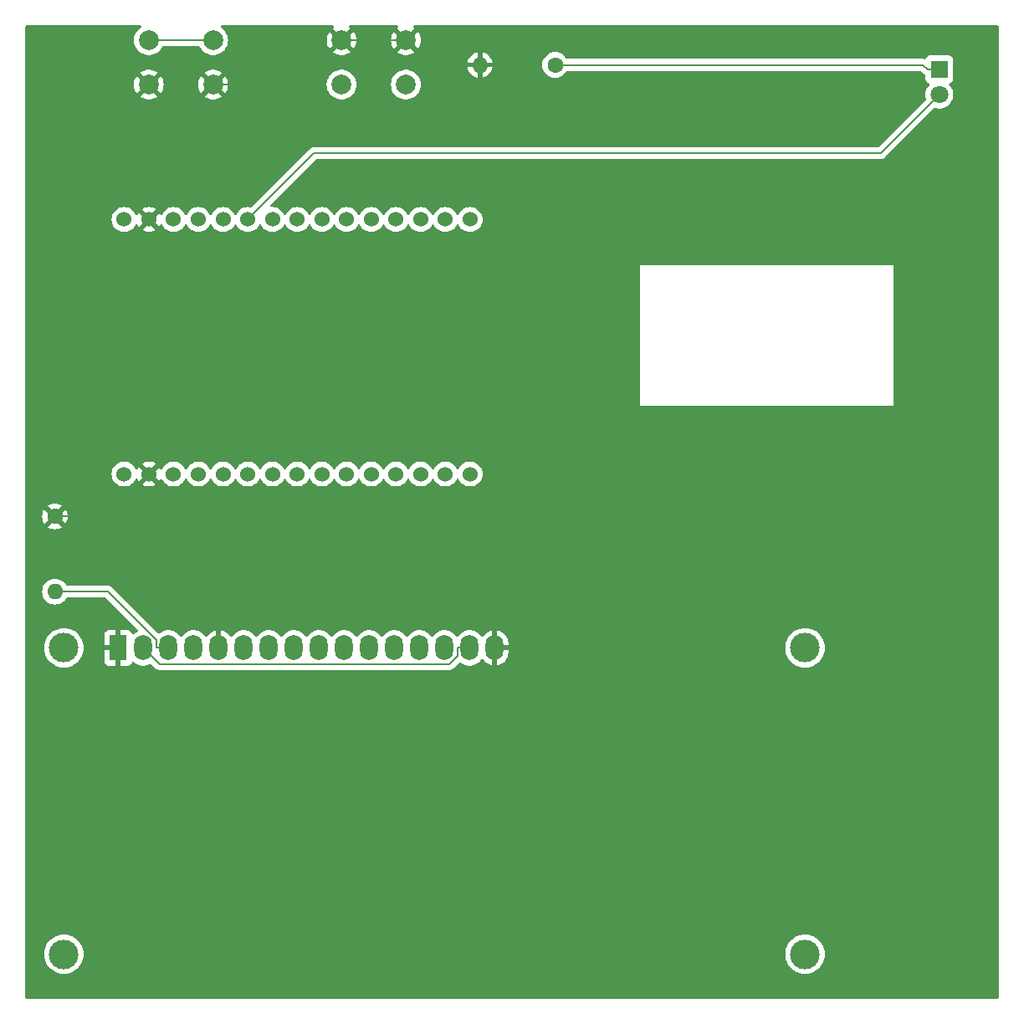
<source format=gbr>
%TF.GenerationSoftware,KiCad,Pcbnew,8.0.4*%
%TF.CreationDate,2024-08-01T14:56:52+02:00*%
%TF.ProjectId,\u002A,2a2e6b69-6361-4645-9f70-636258585858,rev?*%
%TF.SameCoordinates,Original*%
%TF.FileFunction,Copper,L1,Top*%
%TF.FilePolarity,Positive*%
%FSLAX46Y46*%
G04 Gerber Fmt 4.6, Leading zero omitted, Abs format (unit mm)*
G04 Created by KiCad (PCBNEW 8.0.4) date 2024-08-01 14:56:52*
%MOMM*%
%LPD*%
G01*
G04 APERTURE LIST*
%TA.AperFunction,ComponentPad*%
%ADD10C,3.000000*%
%TD*%
%TA.AperFunction,ComponentPad*%
%ADD11R,1.800000X2.600000*%
%TD*%
%TA.AperFunction,ComponentPad*%
%ADD12O,1.800000X2.600000*%
%TD*%
%TA.AperFunction,ComponentPad*%
%ADD13C,1.600000*%
%TD*%
%TA.AperFunction,ComponentPad*%
%ADD14O,1.600000X1.600000*%
%TD*%
%TA.AperFunction,ComponentPad*%
%ADD15R,1.800000X1.800000*%
%TD*%
%TA.AperFunction,ComponentPad*%
%ADD16C,1.800000*%
%TD*%
%TA.AperFunction,ComponentPad*%
%ADD17C,2.000000*%
%TD*%
%TA.AperFunction,ComponentPad*%
%ADD18C,1.524000*%
%TD*%
%TA.AperFunction,Conductor*%
%ADD19C,0.200000*%
%TD*%
G04 APERTURE END LIST*
D10*
%TO.P,DS2,*%
%TO.N,*%
X133900900Y-106500000D03*
X133900900Y-137500700D03*
X208899480Y-137500700D03*
X208900000Y-106500000D03*
D11*
%TO.P,DS2,1,VSS*%
%TO.N,GND*%
X139400000Y-106500000D03*
D12*
%TO.P,DS2,2,VDD*%
%TO.N,Net-(DS2-LED(+))*%
X141940000Y-106500000D03*
%TO.P,DS2,3,VO*%
%TO.N,Net-(DS2-VO)*%
X144480000Y-106500000D03*
%TO.P,DS2,4,RS*%
%TO.N,Net-(DS2-RS)*%
X147020000Y-106500000D03*
%TO.P,DS2,5,R/W*%
%TO.N,GND*%
X149560000Y-106500000D03*
%TO.P,DS2,6,E*%
%TO.N,Net-(DS2-E)*%
X152100000Y-106500000D03*
%TO.P,DS2,7,D0*%
%TO.N,unconnected-(DS2-D0-Pad7)*%
X154640000Y-106500000D03*
%TO.P,DS2,8,D1*%
%TO.N,unconnected-(DS2-D1-Pad8)*%
X157180000Y-106500000D03*
%TO.P,DS2,9,D2*%
%TO.N,unconnected-(DS2-D2-Pad9)*%
X159720000Y-106500000D03*
%TO.P,DS2,10,D3*%
%TO.N,unconnected-(DS2-D3-Pad10)*%
X162260000Y-106500000D03*
%TO.P,DS2,11,D4*%
%TO.N,Net-(DS2-D4)*%
X164800000Y-106500000D03*
%TO.P,DS2,12,D5*%
%TO.N,Net-(DS2-D5)*%
X167340000Y-106500000D03*
%TO.P,DS2,13,D6*%
%TO.N,Net-(DS2-D6)*%
X169880000Y-106500000D03*
%TO.P,DS2,14,D7*%
%TO.N,Net-(DS2-D7)*%
X172420000Y-106500000D03*
%TO.P,DS2,15,LED(+)*%
%TO.N,Net-(DS2-LED(+))*%
X174960000Y-106500000D03*
%TO.P,DS2,16,LED(-)*%
%TO.N,GND*%
X177500000Y-106500000D03*
%TD*%
D13*
%TO.P,R3,1*%
%TO.N,GND*%
X133000000Y-93190000D03*
D14*
%TO.P,R3,2*%
%TO.N,Net-(DS2-VO)*%
X133000000Y-100810000D03*
%TD*%
D15*
%TO.P,D1,1,K*%
%TO.N,Net-(D1-K)*%
X222500000Y-47960000D03*
D16*
%TO.P,D1,2,A*%
%TO.N,Net-(D1-A)*%
X222500000Y-50500000D03*
%TD*%
D17*
%TO.P,SW1,1,1*%
%TO.N,Net-(Esp32-Wroom-32D1-D14)*%
X142500000Y-45000000D03*
X149000000Y-45000000D03*
%TO.P,SW1,2,2*%
%TO.N,GND*%
X142500000Y-49500000D03*
X149000000Y-49500000D03*
%TD*%
%TO.P,SW2,1,1*%
%TO.N,Net-(Esp32-Wroom-32D1-D32)*%
X168500000Y-49500000D03*
X162000000Y-49500000D03*
%TO.P,SW2,2,2*%
%TO.N,GND*%
X168500000Y-45000000D03*
X162000000Y-45000000D03*
%TD*%
D13*
%TO.P,R2,1*%
%TO.N,Net-(D1-K)*%
X183620000Y-47500000D03*
D14*
%TO.P,R2,2*%
%TO.N,GND*%
X176000000Y-47500000D03*
%TD*%
D18*
%TO.P,Esp32-Wroom-32D1,0,VIN*%
%TO.N,unconnected-(Esp32-Wroom-32D1-VIN-Pad0)*%
X140000000Y-63150000D03*
%TO.P,Esp32-Wroom-32D1,1,GND*%
%TO.N,GND*%
X142512000Y-63150000D03*
%TO.P,Esp32-Wroom-32D1,2,3V3*%
%TO.N,Net-(DS2-LED(+))*%
X140000000Y-88900000D03*
%TO.P,Esp32-Wroom-32D1,3,EN*%
%TO.N,unconnected-(Esp32-Wroom-32D1-EN-Pad3)*%
X175000000Y-63150000D03*
%TO.P,Esp32-Wroom-32D1,4,VP*%
%TO.N,unconnected-(Esp32-Wroom-32D1-VP-Pad4)*%
X172500000Y-63150000D03*
%TO.P,Esp32-Wroom-32D1,5,VN*%
%TO.N,unconnected-(Esp32-Wroom-32D1-VN-Pad5)*%
X170000000Y-63150000D03*
%TO.P,Esp32-Wroom-32D1,6,D34*%
%TO.N,unconnected-(Esp32-Wroom-32D1-D34-Pad6)*%
X167500000Y-63150000D03*
%TO.P,Esp32-Wroom-32D1,7,D35*%
%TO.N,unconnected-(Esp32-Wroom-32D1-D35-Pad7)*%
X165000000Y-63150000D03*
%TO.P,Esp32-Wroom-32D1,8,D32*%
%TO.N,Net-(Esp32-Wroom-32D1-D32)*%
X162500000Y-63150000D03*
%TO.P,Esp32-Wroom-32D1,9,D33*%
%TO.N,unconnected-(Esp32-Wroom-32D1-D33-Pad9)*%
X160000000Y-63150000D03*
%TO.P,Esp32-Wroom-32D1,10,D25*%
%TO.N,unconnected-(Esp32-Wroom-32D1-D25-Pad10)*%
X157500000Y-63150000D03*
%TO.P,Esp32-Wroom-32D1,11,D26*%
%TO.N,unconnected-(Esp32-Wroom-32D1-D26-Pad11)*%
X155000000Y-63150000D03*
%TO.P,Esp32-Wroom-32D1,12,D27*%
%TO.N,Net-(D1-A)*%
X152500000Y-63150000D03*
%TO.P,Esp32-Wroom-32D1,13,D14*%
%TO.N,Net-(Esp32-Wroom-32D1-D14)*%
X150000000Y-63150000D03*
%TO.P,Esp32-Wroom-32D1,14,D12*%
%TO.N,unconnected-(Esp32-Wroom-32D1-D12-Pad14)*%
X147500000Y-63150000D03*
%TO.P,Esp32-Wroom-32D1,16,D13*%
%TO.N,unconnected-(Esp32-Wroom-32D1-D13-Pad16)*%
X145000000Y-63150000D03*
%TO.P,Esp32-Wroom-32D1,23,D15*%
%TO.N,Net-(DS2-RS)*%
X145000000Y-88900000D03*
%TO.P,Esp32-Wroom-32D1,24,D2*%
%TO.N,Net-(DS2-E)*%
X147500000Y-88900000D03*
%TO.P,Esp32-Wroom-32D1,26,D4*%
%TO.N,Net-(DS2-D4)*%
X150000000Y-88900000D03*
%TO.P,Esp32-Wroom-32D1,27,D16*%
%TO.N,Net-(DS2-D5)*%
X152500000Y-88900000D03*
%TO.P,Esp32-Wroom-32D1,28,D17*%
%TO.N,Net-(DS2-D6)*%
X155000000Y-88900000D03*
%TO.P,Esp32-Wroom-32D1,29,D5*%
%TO.N,Net-(DS2-D7)*%
X157500000Y-88900000D03*
%TO.P,Esp32-Wroom-32D1,30,D18*%
%TO.N,unconnected-(Esp32-Wroom-32D1-D18-Pad30)*%
X160000000Y-88900000D03*
%TO.P,Esp32-Wroom-32D1,31,D19*%
%TO.N,unconnected-(Esp32-Wroom-32D1-D19-Pad31)*%
X162500000Y-88900000D03*
%TO.P,Esp32-Wroom-32D1,33,D21*%
%TO.N,unconnected-(Esp32-Wroom-32D1-D21-Pad33)*%
X165000000Y-88900000D03*
%TO.P,Esp32-Wroom-32D1,34,RX0*%
%TO.N,unconnected-(Esp32-Wroom-32D1-RX0-Pad34)*%
X167500000Y-88900000D03*
%TO.P,Esp32-Wroom-32D1,35,TX0*%
%TO.N,unconnected-(Esp32-Wroom-32D1-TX0-Pad35)*%
X170000000Y-88900000D03*
%TO.P,Esp32-Wroom-32D1,36,D22*%
%TO.N,unconnected-(Esp32-Wroom-32D1-D22-Pad36)*%
X172500000Y-88900000D03*
%TO.P,Esp32-Wroom-32D1,37,D23*%
%TO.N,unconnected-(Esp32-Wroom-32D1-D23-Pad37)*%
X175000000Y-88900000D03*
%TO.P,Esp32-Wroom-32D1,38,GND*%
%TO.N,GND*%
X142512000Y-88900000D03*
%TD*%
D19*
%TO.N,Net-(D1-K)*%
X220838300Y-47500000D02*
X221298300Y-47960000D01*
X183620000Y-47500000D02*
X220838300Y-47500000D01*
X222500000Y-47960000D02*
X221298300Y-47960000D01*
%TO.N,Net-(D1-A)*%
X216552000Y-56448000D02*
X222500000Y-50500000D01*
X159202000Y-56448000D02*
X216552000Y-56448000D01*
X152500000Y-63150000D02*
X159202000Y-56448000D01*
%TO.N,Net-(DS2-LED(+))*%
X174960000Y-106500000D02*
X173758300Y-106500000D01*
X172911900Y-108132100D02*
X173758300Y-107285700D01*
X141940000Y-106500000D02*
X143572100Y-108132100D01*
X143572100Y-108132100D02*
X172911900Y-108132100D01*
X173758300Y-107285700D02*
X173758300Y-106500000D01*
%TO.N,Net-(DS2-VO)*%
X133000000Y-100810000D02*
X138374000Y-100810000D01*
X138374000Y-100810000D02*
X143278300Y-105714300D01*
X143278300Y-105714300D02*
X143278300Y-106500000D01*
X144480000Y-106500000D02*
X143278300Y-106500000D01*
%TO.N,GND*%
X138222000Y-93190000D02*
X142512000Y-88900000D01*
X133000000Y-93190000D02*
X138222000Y-93190000D01*
X157500000Y-49500000D02*
X149000000Y-49500000D01*
X168500000Y-45000000D02*
X162000000Y-45000000D01*
X171000000Y-47500000D02*
X174898300Y-47500000D01*
X162000000Y-45000000D02*
X157500000Y-49500000D01*
X168500000Y-45000000D02*
X171000000Y-47500000D01*
X176000000Y-47500000D02*
X174898300Y-47500000D01*
%TO.N,Net-(Esp32-Wroom-32D1-D14)*%
X149000000Y-45000000D02*
X142500000Y-45000000D01*
%TD*%
%TA.AperFunction,Conductor*%
%TO.N,GND*%
G36*
X141695546Y-43520185D02*
G01*
X141741301Y-43572989D01*
X141751245Y-43642147D01*
X141722220Y-43705703D01*
X141687526Y-43733554D01*
X141684785Y-43735037D01*
X141676493Y-43739524D01*
X141480257Y-43892261D01*
X141311833Y-44075217D01*
X141175826Y-44283393D01*
X141075936Y-44511118D01*
X141014892Y-44752175D01*
X141014890Y-44752187D01*
X140994357Y-44999994D01*
X140994357Y-45000005D01*
X141014890Y-45247812D01*
X141014892Y-45247824D01*
X141075936Y-45488881D01*
X141175826Y-45716606D01*
X141311833Y-45924782D01*
X141311836Y-45924785D01*
X141480256Y-46107738D01*
X141676491Y-46260474D01*
X141676493Y-46260475D01*
X141894332Y-46378364D01*
X141895190Y-46378828D01*
X142114141Y-46453994D01*
X142128964Y-46459083D01*
X142130386Y-46459571D01*
X142375665Y-46500500D01*
X142624335Y-46500500D01*
X142869614Y-46459571D01*
X143104810Y-46378828D01*
X143323509Y-46260474D01*
X143519744Y-46107738D01*
X143688164Y-45924785D01*
X143824173Y-45716607D01*
X143842560Y-45674689D01*
X143887517Y-45621204D01*
X143954253Y-45600514D01*
X143956116Y-45600500D01*
X147543884Y-45600500D01*
X147610923Y-45620185D01*
X147656678Y-45672989D01*
X147657440Y-45674689D01*
X147675827Y-45716608D01*
X147811833Y-45924782D01*
X147811836Y-45924785D01*
X147980256Y-46107738D01*
X148176491Y-46260474D01*
X148176493Y-46260475D01*
X148394332Y-46378364D01*
X148395190Y-46378828D01*
X148614141Y-46453994D01*
X148628964Y-46459083D01*
X148630386Y-46459571D01*
X148875665Y-46500500D01*
X149124335Y-46500500D01*
X149369614Y-46459571D01*
X149604810Y-46378828D01*
X149823509Y-46260474D01*
X150019744Y-46107738D01*
X150188164Y-45924785D01*
X150324173Y-45716607D01*
X150424063Y-45488881D01*
X150485108Y-45247821D01*
X150505643Y-45000000D01*
X150485108Y-44752179D01*
X150485107Y-44752175D01*
X150424063Y-44511118D01*
X150324173Y-44283393D01*
X150188166Y-44075217D01*
X150166557Y-44051744D01*
X150019744Y-43892262D01*
X149823509Y-43739526D01*
X149823507Y-43739525D01*
X149823506Y-43739524D01*
X149817395Y-43736217D01*
X149812474Y-43733554D01*
X149762885Y-43684335D01*
X149747777Y-43616119D01*
X149771947Y-43550563D01*
X149827723Y-43508482D01*
X149871493Y-43500500D01*
X161129559Y-43500500D01*
X161196598Y-43520185D01*
X161242353Y-43572989D01*
X161252297Y-43642147D01*
X161223272Y-43705703D01*
X161188577Y-43733555D01*
X161176761Y-43739949D01*
X161129942Y-43776388D01*
X161129942Y-43776390D01*
X161829765Y-44476212D01*
X161787708Y-44487482D01*
X161662292Y-44559890D01*
X161559890Y-44662292D01*
X161487482Y-44787708D01*
X161476212Y-44829764D01*
X160776564Y-44130116D01*
X160676267Y-44283632D01*
X160576412Y-44511282D01*
X160515387Y-44752261D01*
X160515385Y-44752270D01*
X160494859Y-44999994D01*
X160494859Y-45000005D01*
X160515385Y-45247729D01*
X160515387Y-45247738D01*
X160576412Y-45488717D01*
X160676266Y-45716364D01*
X160776564Y-45869882D01*
X161476212Y-45170234D01*
X161487482Y-45212292D01*
X161559890Y-45337708D01*
X161662292Y-45440110D01*
X161787708Y-45512518D01*
X161829765Y-45523787D01*
X161129942Y-46223609D01*
X161176768Y-46260055D01*
X161176770Y-46260056D01*
X161395385Y-46378364D01*
X161395396Y-46378369D01*
X161630506Y-46459083D01*
X161875707Y-46500000D01*
X162124293Y-46500000D01*
X162369493Y-46459083D01*
X162604603Y-46378369D01*
X162604614Y-46378364D01*
X162823228Y-46260057D01*
X162823231Y-46260055D01*
X162870056Y-46223609D01*
X162170234Y-45523787D01*
X162212292Y-45512518D01*
X162337708Y-45440110D01*
X162440110Y-45337708D01*
X162512518Y-45212292D01*
X162523787Y-45170235D01*
X163223434Y-45869882D01*
X163323731Y-45716369D01*
X163423587Y-45488717D01*
X163484612Y-45247738D01*
X163484614Y-45247729D01*
X163505141Y-45000005D01*
X163505141Y-44999994D01*
X163484614Y-44752270D01*
X163484612Y-44752261D01*
X163423587Y-44511282D01*
X163323731Y-44283630D01*
X163223434Y-44130116D01*
X162523787Y-44829764D01*
X162512518Y-44787708D01*
X162440110Y-44662292D01*
X162337708Y-44559890D01*
X162212292Y-44487482D01*
X162170235Y-44476212D01*
X162870057Y-43776390D01*
X162870056Y-43776389D01*
X162823231Y-43739945D01*
X162811424Y-43733555D01*
X162761834Y-43684335D01*
X162746726Y-43616118D01*
X162770897Y-43550563D01*
X162826672Y-43508482D01*
X162870442Y-43500500D01*
X167629559Y-43500500D01*
X167696598Y-43520185D01*
X167742353Y-43572989D01*
X167752297Y-43642147D01*
X167723272Y-43705703D01*
X167688577Y-43733555D01*
X167676761Y-43739949D01*
X167629942Y-43776388D01*
X167629942Y-43776390D01*
X168329765Y-44476212D01*
X168287708Y-44487482D01*
X168162292Y-44559890D01*
X168059890Y-44662292D01*
X167987482Y-44787708D01*
X167976212Y-44829764D01*
X167276564Y-44130116D01*
X167176267Y-44283632D01*
X167076412Y-44511282D01*
X167015387Y-44752261D01*
X167015385Y-44752270D01*
X166994859Y-44999994D01*
X166994859Y-45000005D01*
X167015385Y-45247729D01*
X167015387Y-45247738D01*
X167076412Y-45488717D01*
X167176266Y-45716364D01*
X167276564Y-45869882D01*
X167976212Y-45170234D01*
X167987482Y-45212292D01*
X168059890Y-45337708D01*
X168162292Y-45440110D01*
X168287708Y-45512518D01*
X168329765Y-45523787D01*
X167629942Y-46223609D01*
X167676768Y-46260055D01*
X167676770Y-46260056D01*
X167895385Y-46378364D01*
X167895396Y-46378369D01*
X168130506Y-46459083D01*
X168375707Y-46500000D01*
X168624293Y-46500000D01*
X168869493Y-46459083D01*
X169104603Y-46378369D01*
X169104614Y-46378364D01*
X169323228Y-46260057D01*
X169323231Y-46260055D01*
X169370056Y-46223609D01*
X168670234Y-45523787D01*
X168712292Y-45512518D01*
X168837708Y-45440110D01*
X168940110Y-45337708D01*
X169012518Y-45212292D01*
X169023787Y-45170235D01*
X169723434Y-45869882D01*
X169823731Y-45716369D01*
X169923587Y-45488717D01*
X169984612Y-45247738D01*
X169984614Y-45247729D01*
X170005141Y-45000005D01*
X170005141Y-44999994D01*
X169984614Y-44752270D01*
X169984612Y-44752261D01*
X169923587Y-44511282D01*
X169823731Y-44283630D01*
X169723434Y-44130116D01*
X169023787Y-44829764D01*
X169012518Y-44787708D01*
X168940110Y-44662292D01*
X168837708Y-44559890D01*
X168712292Y-44487482D01*
X168670235Y-44476212D01*
X169370057Y-43776390D01*
X169370056Y-43776389D01*
X169323231Y-43739945D01*
X169311424Y-43733555D01*
X169261834Y-43684335D01*
X169246726Y-43616118D01*
X169270897Y-43550563D01*
X169326672Y-43508482D01*
X169370442Y-43500500D01*
X228375500Y-43500500D01*
X228442539Y-43520185D01*
X228488294Y-43572989D01*
X228499500Y-43624500D01*
X228499500Y-141875500D01*
X228479815Y-141942539D01*
X228427011Y-141988294D01*
X228375500Y-141999500D01*
X130124500Y-141999500D01*
X130057461Y-141979815D01*
X130011706Y-141927011D01*
X130000500Y-141875500D01*
X130000500Y-137500698D01*
X131895290Y-137500698D01*
X131895290Y-137500701D01*
X131915704Y-137786133D01*
X131976528Y-138065737D01*
X132076535Y-138333866D01*
X132213670Y-138585009D01*
X132213675Y-138585017D01*
X132385154Y-138814087D01*
X132385170Y-138814105D01*
X132587494Y-139016429D01*
X132587512Y-139016445D01*
X132816582Y-139187924D01*
X132816590Y-139187929D01*
X133067733Y-139325064D01*
X133067732Y-139325064D01*
X133067736Y-139325065D01*
X133067739Y-139325067D01*
X133335854Y-139425069D01*
X133335860Y-139425070D01*
X133335862Y-139425071D01*
X133615466Y-139485895D01*
X133615468Y-139485895D01*
X133615472Y-139485896D01*
X133869120Y-139504037D01*
X133900899Y-139506310D01*
X133900900Y-139506310D01*
X133900901Y-139506310D01*
X133929495Y-139504264D01*
X134186328Y-139485896D01*
X134465946Y-139425069D01*
X134734061Y-139325067D01*
X134985215Y-139187926D01*
X135214295Y-139016439D01*
X135416639Y-138814095D01*
X135588126Y-138585015D01*
X135725267Y-138333861D01*
X135825269Y-138065746D01*
X135886096Y-137786128D01*
X135906510Y-137500700D01*
X135906510Y-137500698D01*
X206893870Y-137500698D01*
X206893870Y-137500701D01*
X206914284Y-137786133D01*
X206975108Y-138065737D01*
X207075115Y-138333866D01*
X207212250Y-138585009D01*
X207212255Y-138585017D01*
X207383734Y-138814087D01*
X207383750Y-138814105D01*
X207586074Y-139016429D01*
X207586092Y-139016445D01*
X207815162Y-139187924D01*
X207815170Y-139187929D01*
X208066313Y-139325064D01*
X208066312Y-139325064D01*
X208066316Y-139325065D01*
X208066319Y-139325067D01*
X208334434Y-139425069D01*
X208334440Y-139425070D01*
X208334442Y-139425071D01*
X208614046Y-139485895D01*
X208614048Y-139485895D01*
X208614052Y-139485896D01*
X208867700Y-139504037D01*
X208899479Y-139506310D01*
X208899480Y-139506310D01*
X208899481Y-139506310D01*
X208928075Y-139504264D01*
X209184908Y-139485896D01*
X209464526Y-139425069D01*
X209732641Y-139325067D01*
X209983795Y-139187926D01*
X210212875Y-139016439D01*
X210415219Y-138814095D01*
X210586706Y-138585015D01*
X210723847Y-138333861D01*
X210823849Y-138065746D01*
X210884676Y-137786128D01*
X210905090Y-137500700D01*
X210884676Y-137215272D01*
X210823849Y-136935654D01*
X210723847Y-136667539D01*
X210586706Y-136416385D01*
X210586704Y-136416382D01*
X210415225Y-136187312D01*
X210415209Y-136187294D01*
X210212885Y-135984970D01*
X210212867Y-135984954D01*
X209983797Y-135813475D01*
X209983789Y-135813470D01*
X209732646Y-135676335D01*
X209732647Y-135676335D01*
X209625395Y-135636332D01*
X209464526Y-135576331D01*
X209464523Y-135576330D01*
X209464517Y-135576328D01*
X209184913Y-135515504D01*
X208899481Y-135495090D01*
X208899479Y-135495090D01*
X208614046Y-135515504D01*
X208334442Y-135576328D01*
X208066313Y-135676335D01*
X207815170Y-135813470D01*
X207815162Y-135813475D01*
X207586092Y-135984954D01*
X207586074Y-135984970D01*
X207383750Y-136187294D01*
X207383734Y-136187312D01*
X207212255Y-136416382D01*
X207212250Y-136416390D01*
X207075115Y-136667533D01*
X206975108Y-136935662D01*
X206914284Y-137215266D01*
X206893870Y-137500698D01*
X135906510Y-137500698D01*
X135886096Y-137215272D01*
X135825269Y-136935654D01*
X135725267Y-136667539D01*
X135588126Y-136416385D01*
X135588124Y-136416382D01*
X135416645Y-136187312D01*
X135416629Y-136187294D01*
X135214305Y-135984970D01*
X135214287Y-135984954D01*
X134985217Y-135813475D01*
X134985209Y-135813470D01*
X134734066Y-135676335D01*
X134734067Y-135676335D01*
X134626815Y-135636332D01*
X134465946Y-135576331D01*
X134465943Y-135576330D01*
X134465937Y-135576328D01*
X134186333Y-135515504D01*
X133900901Y-135495090D01*
X133900899Y-135495090D01*
X133615466Y-135515504D01*
X133335862Y-135576328D01*
X133067733Y-135676335D01*
X132816590Y-135813470D01*
X132816582Y-135813475D01*
X132587512Y-135984954D01*
X132587494Y-135984970D01*
X132385170Y-136187294D01*
X132385154Y-136187312D01*
X132213675Y-136416382D01*
X132213670Y-136416390D01*
X132076535Y-136667533D01*
X131976528Y-136935662D01*
X131915704Y-137215266D01*
X131895290Y-137500698D01*
X130000500Y-137500698D01*
X130000500Y-106499998D01*
X131895290Y-106499998D01*
X131895290Y-106500001D01*
X131915704Y-106785433D01*
X131976528Y-107065037D01*
X131976530Y-107065043D01*
X131976531Y-107065046D01*
X132037292Y-107227951D01*
X132076535Y-107333166D01*
X132213670Y-107584309D01*
X132213675Y-107584317D01*
X132385154Y-107813387D01*
X132385170Y-107813405D01*
X132587494Y-108015729D01*
X132587512Y-108015745D01*
X132816582Y-108187224D01*
X132816590Y-108187229D01*
X133067733Y-108324364D01*
X133067732Y-108324364D01*
X133067736Y-108324365D01*
X133067739Y-108324367D01*
X133335854Y-108424369D01*
X133335860Y-108424370D01*
X133335862Y-108424371D01*
X133615466Y-108485195D01*
X133615468Y-108485195D01*
X133615472Y-108485196D01*
X133869120Y-108503337D01*
X133900899Y-108505610D01*
X133900900Y-108505610D01*
X133900901Y-108505610D01*
X133929495Y-108503564D01*
X134186328Y-108485196D01*
X134465946Y-108424369D01*
X134734061Y-108324367D01*
X134985215Y-108187226D01*
X135214295Y-108015739D01*
X135416639Y-107813395D01*
X135588126Y-107584315D01*
X135725267Y-107333161D01*
X135825269Y-107065046D01*
X135886096Y-106785428D01*
X135906510Y-106500000D01*
X135886096Y-106214572D01*
X135825269Y-105934954D01*
X135725267Y-105666839D01*
X135668235Y-105562394D01*
X135588129Y-105415690D01*
X135588124Y-105415682D01*
X135416645Y-105186612D01*
X135416629Y-105186594D01*
X135214305Y-104984270D01*
X135214287Y-104984254D01*
X134985217Y-104812775D01*
X134985209Y-104812770D01*
X134734066Y-104675635D01*
X134734067Y-104675635D01*
X134626815Y-104635632D01*
X134465946Y-104575631D01*
X134465943Y-104575630D01*
X134465937Y-104575628D01*
X134186333Y-104514804D01*
X133900901Y-104494390D01*
X133900899Y-104494390D01*
X133615466Y-104514804D01*
X133335862Y-104575628D01*
X133067733Y-104675635D01*
X132816590Y-104812770D01*
X132816582Y-104812775D01*
X132587512Y-104984254D01*
X132587494Y-104984270D01*
X132385170Y-105186594D01*
X132385154Y-105186612D01*
X132213675Y-105415682D01*
X132213670Y-105415690D01*
X132076535Y-105666833D01*
X131976528Y-105934962D01*
X131915704Y-106214566D01*
X131895290Y-106499998D01*
X130000500Y-106499998D01*
X130000500Y-100809998D01*
X131694532Y-100809998D01*
X131694532Y-100810001D01*
X131714364Y-101036686D01*
X131714366Y-101036697D01*
X131773258Y-101256488D01*
X131773261Y-101256497D01*
X131869431Y-101462732D01*
X131869432Y-101462734D01*
X131999954Y-101649141D01*
X132160858Y-101810045D01*
X132160861Y-101810047D01*
X132347266Y-101940568D01*
X132553504Y-102036739D01*
X132773308Y-102095635D01*
X132935230Y-102109801D01*
X132999998Y-102115468D01*
X133000000Y-102115468D01*
X133000002Y-102115468D01*
X133056673Y-102110509D01*
X133226692Y-102095635D01*
X133446496Y-102036739D01*
X133652734Y-101940568D01*
X133839139Y-101810047D01*
X134000047Y-101649139D01*
X134130118Y-101463375D01*
X134184693Y-101419752D01*
X134231692Y-101410500D01*
X138073903Y-101410500D01*
X138140942Y-101430185D01*
X138161584Y-101446819D01*
X141357546Y-104642782D01*
X141391031Y-104704105D01*
X141386047Y-104773797D01*
X141344175Y-104829730D01*
X141326161Y-104840947D01*
X141205976Y-104902185D01*
X141027641Y-105031752D01*
X141027636Y-105031756D01*
X140977075Y-105082317D01*
X140915752Y-105115801D01*
X140846060Y-105110816D01*
X140790127Y-105068945D01*
X140773213Y-105037968D01*
X140743354Y-104957913D01*
X140743350Y-104957906D01*
X140657190Y-104842812D01*
X140657187Y-104842809D01*
X140542093Y-104756649D01*
X140542086Y-104756645D01*
X140407379Y-104706403D01*
X140407372Y-104706401D01*
X140347844Y-104700000D01*
X139650000Y-104700000D01*
X139650000Y-105951517D01*
X139631591Y-105940889D01*
X139478991Y-105900000D01*
X139321009Y-105900000D01*
X139168409Y-105940889D01*
X139150000Y-105951517D01*
X139150000Y-104700000D01*
X138452155Y-104700000D01*
X138392627Y-104706401D01*
X138392620Y-104706403D01*
X138257913Y-104756645D01*
X138257906Y-104756649D01*
X138142812Y-104842809D01*
X138142809Y-104842812D01*
X138056649Y-104957906D01*
X138056645Y-104957913D01*
X138006403Y-105092620D01*
X138006401Y-105092627D01*
X138000000Y-105152155D01*
X138000000Y-106250000D01*
X138851518Y-106250000D01*
X138840889Y-106268409D01*
X138800000Y-106421009D01*
X138800000Y-106578991D01*
X138840889Y-106731591D01*
X138851518Y-106750000D01*
X138000000Y-106750000D01*
X138000000Y-107847844D01*
X138006401Y-107907372D01*
X138006403Y-107907379D01*
X138056645Y-108042086D01*
X138056649Y-108042093D01*
X138142809Y-108157187D01*
X138142812Y-108157190D01*
X138257906Y-108243350D01*
X138257913Y-108243354D01*
X138392620Y-108293596D01*
X138392627Y-108293598D01*
X138452155Y-108299999D01*
X138452172Y-108300000D01*
X139150000Y-108300000D01*
X139150000Y-107048482D01*
X139168409Y-107059111D01*
X139321009Y-107100000D01*
X139478991Y-107100000D01*
X139631591Y-107059111D01*
X139650000Y-107048482D01*
X139650000Y-108300000D01*
X140347828Y-108300000D01*
X140347844Y-108299999D01*
X140407372Y-108293598D01*
X140407379Y-108293596D01*
X140542086Y-108243354D01*
X140542093Y-108243350D01*
X140657187Y-108157190D01*
X140657190Y-108157187D01*
X140743350Y-108042093D01*
X140743354Y-108042086D01*
X140773213Y-107962031D01*
X140815084Y-107906097D01*
X140880548Y-107881680D01*
X140948821Y-107896531D01*
X140977076Y-107917683D01*
X141027636Y-107968243D01*
X141027641Y-107968247D01*
X141183192Y-108081260D01*
X141205978Y-108097815D01*
X141321359Y-108156605D01*
X141402393Y-108197895D01*
X141402396Y-108197896D01*
X141507221Y-108231955D01*
X141612049Y-108266015D01*
X141829778Y-108300500D01*
X141829779Y-108300500D01*
X142050221Y-108300500D01*
X142050222Y-108300500D01*
X142267951Y-108266015D01*
X142477606Y-108197895D01*
X142603395Y-108133801D01*
X142672062Y-108120905D01*
X142736803Y-108147180D01*
X142747370Y-108156605D01*
X143087239Y-108496474D01*
X143087249Y-108496485D01*
X143091579Y-108500815D01*
X143091580Y-108500816D01*
X143203384Y-108612620D01*
X143290195Y-108662739D01*
X143290197Y-108662741D01*
X143328251Y-108684711D01*
X143340315Y-108691677D01*
X143493043Y-108732601D01*
X143493046Y-108732601D01*
X143658753Y-108732601D01*
X143658769Y-108732600D01*
X172825231Y-108732600D01*
X172825247Y-108732601D01*
X172832843Y-108732601D01*
X172990954Y-108732601D01*
X172990957Y-108732601D01*
X173143685Y-108691677D01*
X173193804Y-108662739D01*
X173280616Y-108612620D01*
X173392420Y-108500816D01*
X173392420Y-108500814D01*
X173402628Y-108490607D01*
X173402629Y-108490604D01*
X173901715Y-107991518D01*
X173963037Y-107958035D01*
X174032729Y-107963019D01*
X174062280Y-107978883D01*
X174209667Y-108085964D01*
X174225978Y-108097815D01*
X174341359Y-108156605D01*
X174422393Y-108197895D01*
X174422396Y-108197896D01*
X174527221Y-108231955D01*
X174632049Y-108266015D01*
X174849778Y-108300500D01*
X174849779Y-108300500D01*
X175070221Y-108300500D01*
X175070222Y-108300500D01*
X175287951Y-108266015D01*
X175497606Y-108197895D01*
X175694022Y-108097815D01*
X175872365Y-107968242D01*
X176028242Y-107812365D01*
X176129991Y-107672317D01*
X176185320Y-107629653D01*
X176254933Y-107623674D01*
X176316729Y-107656279D01*
X176330627Y-107672318D01*
X176432142Y-107812041D01*
X176587958Y-107967857D01*
X176766239Y-108097386D01*
X176962589Y-108197432D01*
X177172163Y-108265526D01*
X177249999Y-108277854D01*
X177250000Y-108277854D01*
X177250000Y-107048482D01*
X177268409Y-107059111D01*
X177421009Y-107100000D01*
X177578991Y-107100000D01*
X177731591Y-107059111D01*
X177750000Y-107048482D01*
X177750000Y-108277854D01*
X177827834Y-108265526D01*
X177827837Y-108265526D01*
X178037410Y-108197432D01*
X178233760Y-108097386D01*
X178412041Y-107967857D01*
X178567857Y-107812041D01*
X178697386Y-107633760D01*
X178797432Y-107437410D01*
X178865526Y-107227835D01*
X178900000Y-107010181D01*
X178900000Y-106750000D01*
X178048482Y-106750000D01*
X178059111Y-106731591D01*
X178100000Y-106578991D01*
X178100000Y-106499998D01*
X206894390Y-106499998D01*
X206894390Y-106500001D01*
X206914804Y-106785433D01*
X206975628Y-107065037D01*
X206975630Y-107065043D01*
X206975631Y-107065046D01*
X207036392Y-107227951D01*
X207075635Y-107333166D01*
X207212770Y-107584309D01*
X207212775Y-107584317D01*
X207384254Y-107813387D01*
X207384270Y-107813405D01*
X207586594Y-108015729D01*
X207586612Y-108015745D01*
X207815682Y-108187224D01*
X207815690Y-108187229D01*
X208066833Y-108324364D01*
X208066832Y-108324364D01*
X208066836Y-108324365D01*
X208066839Y-108324367D01*
X208334954Y-108424369D01*
X208334960Y-108424370D01*
X208334962Y-108424371D01*
X208614566Y-108485195D01*
X208614568Y-108485195D01*
X208614572Y-108485196D01*
X208868220Y-108503337D01*
X208899999Y-108505610D01*
X208900000Y-108505610D01*
X208900001Y-108505610D01*
X208928595Y-108503564D01*
X209185428Y-108485196D01*
X209465046Y-108424369D01*
X209733161Y-108324367D01*
X209984315Y-108187226D01*
X210213395Y-108015739D01*
X210415739Y-107813395D01*
X210587226Y-107584315D01*
X210724367Y-107333161D01*
X210824369Y-107065046D01*
X210885196Y-106785428D01*
X210905610Y-106500000D01*
X210885196Y-106214572D01*
X210824369Y-105934954D01*
X210724367Y-105666839D01*
X210667335Y-105562394D01*
X210587229Y-105415690D01*
X210587224Y-105415682D01*
X210415745Y-105186612D01*
X210415729Y-105186594D01*
X210213405Y-104984270D01*
X210213387Y-104984254D01*
X209984317Y-104812775D01*
X209984309Y-104812770D01*
X209733166Y-104675635D01*
X209733167Y-104675635D01*
X209625915Y-104635632D01*
X209465046Y-104575631D01*
X209465043Y-104575630D01*
X209465037Y-104575628D01*
X209185433Y-104514804D01*
X208900001Y-104494390D01*
X208899999Y-104494390D01*
X208614566Y-104514804D01*
X208334962Y-104575628D01*
X208066833Y-104675635D01*
X207815690Y-104812770D01*
X207815682Y-104812775D01*
X207586612Y-104984254D01*
X207586594Y-104984270D01*
X207384270Y-105186594D01*
X207384254Y-105186612D01*
X207212775Y-105415682D01*
X207212770Y-105415690D01*
X207075635Y-105666833D01*
X206975628Y-105934962D01*
X206914804Y-106214566D01*
X206894390Y-106499998D01*
X178100000Y-106499998D01*
X178100000Y-106421009D01*
X178059111Y-106268409D01*
X178048482Y-106250000D01*
X178900000Y-106250000D01*
X178900000Y-105989818D01*
X178865526Y-105772164D01*
X178797432Y-105562589D01*
X178697386Y-105366239D01*
X178567857Y-105187958D01*
X178412041Y-105032142D01*
X178233760Y-104902613D01*
X178037410Y-104802567D01*
X177827836Y-104734473D01*
X177750000Y-104722144D01*
X177750000Y-105951517D01*
X177731591Y-105940889D01*
X177578991Y-105900000D01*
X177421009Y-105900000D01*
X177268409Y-105940889D01*
X177250000Y-105951517D01*
X177250000Y-104722144D01*
X177172164Y-104734473D01*
X177172161Y-104734473D01*
X176962589Y-104802567D01*
X176766239Y-104902613D01*
X176587958Y-105032142D01*
X176432142Y-105187958D01*
X176432142Y-105187959D01*
X176330627Y-105327681D01*
X176275297Y-105370346D01*
X176205683Y-105376325D01*
X176143888Y-105343719D01*
X176129991Y-105327680D01*
X176028247Y-105187641D01*
X176028243Y-105187636D01*
X175872363Y-105031756D01*
X175872358Y-105031752D01*
X175694025Y-104902187D01*
X175694024Y-104902186D01*
X175694022Y-104902185D01*
X175631096Y-104870122D01*
X175497606Y-104802104D01*
X175497603Y-104802103D01*
X175287952Y-104733985D01*
X175179086Y-104716742D01*
X175070222Y-104699500D01*
X174849778Y-104699500D01*
X174777201Y-104710995D01*
X174632047Y-104733985D01*
X174422396Y-104802103D01*
X174422393Y-104802104D01*
X174225974Y-104902187D01*
X174047641Y-105031752D01*
X174047636Y-105031756D01*
X173891756Y-105187636D01*
X173891752Y-105187641D01*
X173790318Y-105327254D01*
X173734988Y-105369920D01*
X173665375Y-105375899D01*
X173603580Y-105343293D01*
X173589682Y-105327254D01*
X173488247Y-105187641D01*
X173488243Y-105187636D01*
X173332363Y-105031756D01*
X173332358Y-105031752D01*
X173154025Y-104902187D01*
X173154024Y-104902186D01*
X173154022Y-104902185D01*
X173091096Y-104870122D01*
X172957606Y-104802104D01*
X172957603Y-104802103D01*
X172747952Y-104733985D01*
X172639086Y-104716742D01*
X172530222Y-104699500D01*
X172309778Y-104699500D01*
X172237201Y-104710995D01*
X172092047Y-104733985D01*
X171882396Y-104802103D01*
X171882393Y-104802104D01*
X171685974Y-104902187D01*
X171507641Y-105031752D01*
X171507636Y-105031756D01*
X171351756Y-105187636D01*
X171351752Y-105187641D01*
X171250318Y-105327254D01*
X171194988Y-105369920D01*
X171125375Y-105375899D01*
X171063580Y-105343293D01*
X171049682Y-105327254D01*
X170948247Y-105187641D01*
X170948243Y-105187636D01*
X170792363Y-105031756D01*
X170792358Y-105031752D01*
X170614025Y-104902187D01*
X170614024Y-104902186D01*
X170614022Y-104902185D01*
X170551096Y-104870122D01*
X170417606Y-104802104D01*
X170417603Y-104802103D01*
X170207952Y-104733985D01*
X170099086Y-104716742D01*
X169990222Y-104699500D01*
X169769778Y-104699500D01*
X169697201Y-104710995D01*
X169552047Y-104733985D01*
X169342396Y-104802103D01*
X169342393Y-104802104D01*
X169145974Y-104902187D01*
X168967641Y-105031752D01*
X168967636Y-105031756D01*
X168811756Y-105187636D01*
X168811752Y-105187641D01*
X168710318Y-105327254D01*
X168654988Y-105369920D01*
X168585375Y-105375899D01*
X168523580Y-105343293D01*
X168509682Y-105327254D01*
X168408247Y-105187641D01*
X168408243Y-105187636D01*
X168252363Y-105031756D01*
X168252358Y-105031752D01*
X168074025Y-104902187D01*
X168074024Y-104902186D01*
X168074022Y-104902185D01*
X168011096Y-104870122D01*
X167877606Y-104802104D01*
X167877603Y-104802103D01*
X167667952Y-104733985D01*
X167559086Y-104716742D01*
X167450222Y-104699500D01*
X167229778Y-104699500D01*
X167157201Y-104710995D01*
X167012047Y-104733985D01*
X166802396Y-104802103D01*
X166802393Y-104802104D01*
X166605974Y-104902187D01*
X166427641Y-105031752D01*
X166427636Y-105031756D01*
X166271756Y-105187636D01*
X166271752Y-105187641D01*
X166170318Y-105327254D01*
X166114988Y-105369920D01*
X166045375Y-105375899D01*
X165983580Y-105343293D01*
X165969682Y-105327254D01*
X165868247Y-105187641D01*
X165868243Y-105187636D01*
X165712363Y-105031756D01*
X165712358Y-105031752D01*
X165534025Y-104902187D01*
X165534024Y-104902186D01*
X165534022Y-104902185D01*
X165471096Y-104870122D01*
X165337606Y-104802104D01*
X165337603Y-104802103D01*
X165127952Y-104733985D01*
X165019086Y-104716742D01*
X164910222Y-104699500D01*
X164689778Y-104699500D01*
X164617201Y-104710995D01*
X164472047Y-104733985D01*
X164262396Y-104802103D01*
X164262393Y-104802104D01*
X164065974Y-104902187D01*
X163887641Y-105031752D01*
X163887636Y-105031756D01*
X163731756Y-105187636D01*
X163731752Y-105187641D01*
X163630318Y-105327254D01*
X163574988Y-105369920D01*
X163505375Y-105375899D01*
X163443580Y-105343293D01*
X163429682Y-105327254D01*
X163328247Y-105187641D01*
X163328243Y-105187636D01*
X163172363Y-105031756D01*
X163172358Y-105031752D01*
X162994025Y-104902187D01*
X162994024Y-104902186D01*
X162994022Y-104902185D01*
X162931096Y-104870122D01*
X162797606Y-104802104D01*
X162797603Y-104802103D01*
X162587952Y-104733985D01*
X162479086Y-104716742D01*
X162370222Y-104699500D01*
X162149778Y-104699500D01*
X162077201Y-104710995D01*
X161932047Y-104733985D01*
X161722396Y-104802103D01*
X161722393Y-104802104D01*
X161525974Y-104902187D01*
X161347641Y-105031752D01*
X161347636Y-105031756D01*
X161191756Y-105187636D01*
X161191752Y-105187641D01*
X161090318Y-105327254D01*
X161034988Y-105369920D01*
X160965375Y-105375899D01*
X160903580Y-105343293D01*
X160889682Y-105327254D01*
X160788247Y-105187641D01*
X160788243Y-105187636D01*
X160632363Y-105031756D01*
X160632358Y-105031752D01*
X160454025Y-104902187D01*
X160454024Y-104902186D01*
X160454022Y-104902185D01*
X160391096Y-104870122D01*
X160257606Y-104802104D01*
X160257603Y-104802103D01*
X160047952Y-104733985D01*
X159939086Y-104716742D01*
X159830222Y-104699500D01*
X159609778Y-104699500D01*
X159537201Y-104710995D01*
X159392047Y-104733985D01*
X159182396Y-104802103D01*
X159182393Y-104802104D01*
X158985974Y-104902187D01*
X158807641Y-105031752D01*
X158807636Y-105031756D01*
X158651756Y-105187636D01*
X158651752Y-105187641D01*
X158550318Y-105327254D01*
X158494988Y-105369920D01*
X158425375Y-105375899D01*
X158363580Y-105343293D01*
X158349682Y-105327254D01*
X158248247Y-105187641D01*
X158248243Y-105187636D01*
X158092363Y-105031756D01*
X158092358Y-105031752D01*
X157914025Y-104902187D01*
X157914024Y-104902186D01*
X157914022Y-104902185D01*
X157851096Y-104870122D01*
X157717606Y-104802104D01*
X157717603Y-104802103D01*
X157507952Y-104733985D01*
X157399086Y-104716742D01*
X157290222Y-104699500D01*
X157069778Y-104699500D01*
X156997201Y-104710995D01*
X156852047Y-104733985D01*
X156642396Y-104802103D01*
X156642393Y-104802104D01*
X156445974Y-104902187D01*
X156267641Y-105031752D01*
X156267636Y-105031756D01*
X156111756Y-105187636D01*
X156111752Y-105187641D01*
X156010318Y-105327254D01*
X155954988Y-105369920D01*
X155885375Y-105375899D01*
X155823580Y-105343293D01*
X155809682Y-105327254D01*
X155708247Y-105187641D01*
X155708243Y-105187636D01*
X155552363Y-105031756D01*
X155552358Y-105031752D01*
X155374025Y-104902187D01*
X155374024Y-104902186D01*
X155374022Y-104902185D01*
X155311096Y-104870122D01*
X155177606Y-104802104D01*
X155177603Y-104802103D01*
X154967952Y-104733985D01*
X154859086Y-104716742D01*
X154750222Y-104699500D01*
X154529778Y-104699500D01*
X154457201Y-104710995D01*
X154312047Y-104733985D01*
X154102396Y-104802103D01*
X154102393Y-104802104D01*
X153905974Y-104902187D01*
X153727641Y-105031752D01*
X153727636Y-105031756D01*
X153571756Y-105187636D01*
X153571752Y-105187641D01*
X153470318Y-105327254D01*
X153414988Y-105369920D01*
X153345375Y-105375899D01*
X153283580Y-105343293D01*
X153269682Y-105327254D01*
X153168247Y-105187641D01*
X153168243Y-105187636D01*
X153012363Y-105031756D01*
X153012358Y-105031752D01*
X152834025Y-104902187D01*
X152834024Y-104902186D01*
X152834022Y-104902185D01*
X152771096Y-104870122D01*
X152637606Y-104802104D01*
X152637603Y-104802103D01*
X152427952Y-104733985D01*
X152319086Y-104716742D01*
X152210222Y-104699500D01*
X151989778Y-104699500D01*
X151917201Y-104710995D01*
X151772047Y-104733985D01*
X151562396Y-104802103D01*
X151562393Y-104802104D01*
X151365974Y-104902187D01*
X151187641Y-105031752D01*
X151187636Y-105031756D01*
X151031756Y-105187636D01*
X150930008Y-105327681D01*
X150874678Y-105370346D01*
X150805065Y-105376325D01*
X150743270Y-105343719D01*
X150729372Y-105327680D01*
X150627862Y-105187964D01*
X150627857Y-105187958D01*
X150472041Y-105032142D01*
X150293760Y-104902613D01*
X150097410Y-104802567D01*
X149887836Y-104734473D01*
X149810000Y-104722144D01*
X149810000Y-105951517D01*
X149791591Y-105940889D01*
X149638991Y-105900000D01*
X149481009Y-105900000D01*
X149328409Y-105940889D01*
X149310000Y-105951517D01*
X149310000Y-104722144D01*
X149232164Y-104734473D01*
X149232161Y-104734473D01*
X149022589Y-104802567D01*
X148826239Y-104902613D01*
X148647958Y-105032142D01*
X148492142Y-105187958D01*
X148492142Y-105187959D01*
X148390627Y-105327681D01*
X148335297Y-105370346D01*
X148265683Y-105376325D01*
X148203888Y-105343719D01*
X148189991Y-105327680D01*
X148088247Y-105187641D01*
X148088243Y-105187636D01*
X147932363Y-105031756D01*
X147932358Y-105031752D01*
X147754025Y-104902187D01*
X147754024Y-104902186D01*
X147754022Y-104902185D01*
X147691096Y-104870122D01*
X147557606Y-104802104D01*
X147557603Y-104802103D01*
X147347952Y-104733985D01*
X147239086Y-104716742D01*
X147130222Y-104699500D01*
X146909778Y-104699500D01*
X146837201Y-104710995D01*
X146692047Y-104733985D01*
X146482396Y-104802103D01*
X146482393Y-104802104D01*
X146285974Y-104902187D01*
X146107641Y-105031752D01*
X146107636Y-105031756D01*
X145951756Y-105187636D01*
X145951752Y-105187641D01*
X145850318Y-105327254D01*
X145794988Y-105369920D01*
X145725375Y-105375899D01*
X145663580Y-105343293D01*
X145649682Y-105327254D01*
X145548247Y-105187641D01*
X145548243Y-105187636D01*
X145392363Y-105031756D01*
X145392358Y-105031752D01*
X145214025Y-104902187D01*
X145214024Y-104902186D01*
X145214022Y-104902185D01*
X145151096Y-104870122D01*
X145017606Y-104802104D01*
X145017603Y-104802103D01*
X144807952Y-104733985D01*
X144699086Y-104716742D01*
X144590222Y-104699500D01*
X144369778Y-104699500D01*
X144297201Y-104710995D01*
X144152047Y-104733985D01*
X143942396Y-104802103D01*
X143942393Y-104802104D01*
X143745974Y-104902187D01*
X143582281Y-105021116D01*
X143516474Y-105044596D01*
X143448421Y-105028770D01*
X143421715Y-105008479D01*
X138861590Y-100448355D01*
X138861588Y-100448352D01*
X138742717Y-100329481D01*
X138742716Y-100329480D01*
X138655904Y-100279360D01*
X138655904Y-100279359D01*
X138655900Y-100279358D01*
X138605785Y-100250423D01*
X138453057Y-100209499D01*
X138294943Y-100209499D01*
X138287347Y-100209499D01*
X138287331Y-100209500D01*
X134231692Y-100209500D01*
X134164653Y-100189815D01*
X134130119Y-100156625D01*
X134000047Y-99970861D01*
X134000045Y-99970858D01*
X133839141Y-99809954D01*
X133652734Y-99679432D01*
X133652732Y-99679431D01*
X133446497Y-99583261D01*
X133446488Y-99583258D01*
X133226697Y-99524366D01*
X133226693Y-99524365D01*
X133226692Y-99524365D01*
X133226691Y-99524364D01*
X133226686Y-99524364D01*
X133000002Y-99504532D01*
X132999998Y-99504532D01*
X132773313Y-99524364D01*
X132773302Y-99524366D01*
X132553511Y-99583258D01*
X132553502Y-99583261D01*
X132347267Y-99679431D01*
X132347265Y-99679432D01*
X132160858Y-99809954D01*
X131999954Y-99970858D01*
X131869432Y-100157265D01*
X131869431Y-100157267D01*
X131773261Y-100363502D01*
X131773258Y-100363511D01*
X131714366Y-100583302D01*
X131714364Y-100583313D01*
X131694532Y-100809998D01*
X130000500Y-100809998D01*
X130000500Y-93189997D01*
X131695034Y-93189997D01*
X131695034Y-93190002D01*
X131714858Y-93416599D01*
X131714860Y-93416610D01*
X131773730Y-93636317D01*
X131773735Y-93636331D01*
X131869863Y-93842478D01*
X131920974Y-93915472D01*
X132600000Y-93236446D01*
X132600000Y-93242661D01*
X132627259Y-93344394D01*
X132679920Y-93435606D01*
X132754394Y-93510080D01*
X132845606Y-93562741D01*
X132947339Y-93590000D01*
X132953553Y-93590000D01*
X132274526Y-94269025D01*
X132347513Y-94320132D01*
X132347521Y-94320136D01*
X132553668Y-94416264D01*
X132553682Y-94416269D01*
X132773389Y-94475139D01*
X132773400Y-94475141D01*
X132999998Y-94494966D01*
X133000002Y-94494966D01*
X133226599Y-94475141D01*
X133226610Y-94475139D01*
X133446317Y-94416269D01*
X133446331Y-94416264D01*
X133652478Y-94320136D01*
X133725471Y-94269024D01*
X133046447Y-93590000D01*
X133052661Y-93590000D01*
X133154394Y-93562741D01*
X133245606Y-93510080D01*
X133320080Y-93435606D01*
X133372741Y-93344394D01*
X133400000Y-93242661D01*
X133400000Y-93236447D01*
X134079024Y-93915471D01*
X134130136Y-93842478D01*
X134226264Y-93636331D01*
X134226269Y-93636317D01*
X134285139Y-93416610D01*
X134285141Y-93416599D01*
X134304966Y-93190002D01*
X134304966Y-93189997D01*
X134285141Y-92963400D01*
X134285139Y-92963389D01*
X134226269Y-92743682D01*
X134226264Y-92743668D01*
X134130136Y-92537521D01*
X134130132Y-92537513D01*
X134079025Y-92464526D01*
X133400000Y-93143551D01*
X133400000Y-93137339D01*
X133372741Y-93035606D01*
X133320080Y-92944394D01*
X133245606Y-92869920D01*
X133154394Y-92817259D01*
X133052661Y-92790000D01*
X133046448Y-92790000D01*
X133725472Y-92110974D01*
X133652478Y-92059863D01*
X133446331Y-91963735D01*
X133446317Y-91963730D01*
X133226610Y-91904860D01*
X133226599Y-91904858D01*
X133000002Y-91885034D01*
X132999998Y-91885034D01*
X132773400Y-91904858D01*
X132773389Y-91904860D01*
X132553682Y-91963730D01*
X132553673Y-91963734D01*
X132347516Y-92059866D01*
X132347512Y-92059868D01*
X132274526Y-92110973D01*
X132274526Y-92110974D01*
X132953553Y-92790000D01*
X132947339Y-92790000D01*
X132845606Y-92817259D01*
X132754394Y-92869920D01*
X132679920Y-92944394D01*
X132627259Y-93035606D01*
X132600000Y-93137339D01*
X132600000Y-93143552D01*
X131920974Y-92464526D01*
X131920973Y-92464526D01*
X131869868Y-92537512D01*
X131869866Y-92537516D01*
X131773734Y-92743673D01*
X131773730Y-92743682D01*
X131714860Y-92963389D01*
X131714858Y-92963400D01*
X131695034Y-93189997D01*
X130000500Y-93189997D01*
X130000500Y-88899997D01*
X138732677Y-88899997D01*
X138732677Y-88900002D01*
X138751929Y-89120062D01*
X138751930Y-89120070D01*
X138809104Y-89333445D01*
X138809105Y-89333447D01*
X138809106Y-89333450D01*
X138868106Y-89459977D01*
X138902466Y-89533662D01*
X138902468Y-89533666D01*
X139029170Y-89714615D01*
X139029175Y-89714621D01*
X139185378Y-89870824D01*
X139185384Y-89870829D01*
X139366333Y-89997531D01*
X139366335Y-89997532D01*
X139366338Y-89997534D01*
X139566550Y-90090894D01*
X139779932Y-90148070D01*
X139937123Y-90161822D01*
X139999998Y-90167323D01*
X140000000Y-90167323D01*
X140000002Y-90167323D01*
X140055017Y-90162509D01*
X140220068Y-90148070D01*
X140433450Y-90090894D01*
X140633662Y-89997534D01*
X140814620Y-89870826D01*
X140970826Y-89714620D01*
X141097534Y-89533662D01*
X141143894Y-89434241D01*
X141190066Y-89381802D01*
X141257259Y-89362650D01*
X141324141Y-89382865D01*
X141368658Y-89434242D01*
X141414898Y-89533405D01*
X141414901Y-89533411D01*
X141460258Y-89598187D01*
X141460259Y-89598188D01*
X142131000Y-88927447D01*
X142131000Y-88950160D01*
X142156964Y-89047061D01*
X142207124Y-89133940D01*
X142278060Y-89204876D01*
X142364939Y-89255036D01*
X142461840Y-89281000D01*
X142484553Y-89281000D01*
X141813810Y-89951740D01*
X141878590Y-89997099D01*
X141878592Y-89997100D01*
X142078715Y-90090419D01*
X142078729Y-90090424D01*
X142292013Y-90147573D01*
X142292023Y-90147575D01*
X142511999Y-90166821D01*
X142512001Y-90166821D01*
X142731976Y-90147575D01*
X142731986Y-90147573D01*
X142945270Y-90090424D01*
X142945284Y-90090419D01*
X143145407Y-89997100D01*
X143145417Y-89997094D01*
X143210188Y-89951741D01*
X142539448Y-89281000D01*
X142562160Y-89281000D01*
X142659061Y-89255036D01*
X142745940Y-89204876D01*
X142816876Y-89133940D01*
X142867036Y-89047061D01*
X142893000Y-88950160D01*
X142893000Y-88927447D01*
X143563741Y-89598188D01*
X143609094Y-89533417D01*
X143609097Y-89533412D01*
X143643340Y-89459977D01*
X143689512Y-89407537D01*
X143756705Y-89388384D01*
X143823586Y-89408599D01*
X143868105Y-89459975D01*
X143902464Y-89533658D01*
X143902466Y-89533661D01*
X143902468Y-89533666D01*
X144029170Y-89714615D01*
X144029175Y-89714621D01*
X144185378Y-89870824D01*
X144185384Y-89870829D01*
X144366333Y-89997531D01*
X144366335Y-89997532D01*
X144366338Y-89997534D01*
X144566550Y-90090894D01*
X144779932Y-90148070D01*
X144937123Y-90161822D01*
X144999998Y-90167323D01*
X145000000Y-90167323D01*
X145000002Y-90167323D01*
X145055017Y-90162509D01*
X145220068Y-90148070D01*
X145433450Y-90090894D01*
X145633662Y-89997534D01*
X145814620Y-89870826D01*
X145970826Y-89714620D01*
X146097534Y-89533662D01*
X146137618Y-89447700D01*
X146183790Y-89395261D01*
X146250983Y-89376109D01*
X146317864Y-89396324D01*
X146362382Y-89447701D01*
X146402464Y-89533658D01*
X146402468Y-89533666D01*
X146529170Y-89714615D01*
X146529175Y-89714621D01*
X146685378Y-89870824D01*
X146685384Y-89870829D01*
X146866333Y-89997531D01*
X146866335Y-89997532D01*
X146866338Y-89997534D01*
X147066550Y-90090894D01*
X147279932Y-90148070D01*
X147437123Y-90161822D01*
X147499998Y-90167323D01*
X147500000Y-90167323D01*
X147500002Y-90167323D01*
X147555017Y-90162509D01*
X147720068Y-90148070D01*
X147933450Y-90090894D01*
X148133662Y-89997534D01*
X148314620Y-89870826D01*
X148470826Y-89714620D01*
X148597534Y-89533662D01*
X148637618Y-89447700D01*
X148683790Y-89395261D01*
X148750983Y-89376109D01*
X148817864Y-89396324D01*
X148862382Y-89447701D01*
X148902464Y-89533658D01*
X148902468Y-89533666D01*
X149029170Y-89714615D01*
X149029175Y-89714621D01*
X149185378Y-89870824D01*
X149185384Y-89870829D01*
X149366333Y-89997531D01*
X149366335Y-89997532D01*
X149366338Y-89997534D01*
X149566550Y-90090894D01*
X149779932Y-90148070D01*
X149937123Y-90161822D01*
X149999998Y-90167323D01*
X150000000Y-90167323D01*
X150000002Y-90167323D01*
X150055017Y-90162509D01*
X150220068Y-90148070D01*
X150433450Y-90090894D01*
X150633662Y-89997534D01*
X150814620Y-89870826D01*
X150970826Y-89714620D01*
X151097534Y-89533662D01*
X151137618Y-89447700D01*
X151183790Y-89395261D01*
X151250983Y-89376109D01*
X151317864Y-89396324D01*
X151362382Y-89447701D01*
X151402464Y-89533658D01*
X151402468Y-89533666D01*
X151529170Y-89714615D01*
X151529175Y-89714621D01*
X151685378Y-89870824D01*
X151685384Y-89870829D01*
X151866333Y-89997531D01*
X151866335Y-89997532D01*
X151866338Y-89997534D01*
X152066550Y-90090894D01*
X152279932Y-90148070D01*
X152437123Y-90161822D01*
X152499998Y-90167323D01*
X152500000Y-90167323D01*
X152500002Y-90167323D01*
X152555017Y-90162509D01*
X152720068Y-90148070D01*
X152933450Y-90090894D01*
X153133662Y-89997534D01*
X153314620Y-89870826D01*
X153470826Y-89714620D01*
X153597534Y-89533662D01*
X153637618Y-89447700D01*
X153683790Y-89395261D01*
X153750983Y-89376109D01*
X153817864Y-89396324D01*
X153862382Y-89447701D01*
X153902464Y-89533658D01*
X153902468Y-89533666D01*
X154029170Y-89714615D01*
X154029175Y-89714621D01*
X154185378Y-89870824D01*
X154185384Y-89870829D01*
X154366333Y-89997531D01*
X154366335Y-89997532D01*
X154366338Y-89997534D01*
X154566550Y-90090894D01*
X154779932Y-90148070D01*
X154937123Y-90161822D01*
X154999998Y-90167323D01*
X155000000Y-90167323D01*
X155000002Y-90167323D01*
X155055017Y-90162509D01*
X155220068Y-90148070D01*
X155433450Y-90090894D01*
X155633662Y-89997534D01*
X155814620Y-89870826D01*
X155970826Y-89714620D01*
X156097534Y-89533662D01*
X156137618Y-89447700D01*
X156183790Y-89395261D01*
X156250983Y-89376109D01*
X156317864Y-89396324D01*
X156362382Y-89447701D01*
X156402464Y-89533658D01*
X156402468Y-89533666D01*
X156529170Y-89714615D01*
X156529175Y-89714621D01*
X156685378Y-89870824D01*
X156685384Y-89870829D01*
X156866333Y-89997531D01*
X156866335Y-89997532D01*
X156866338Y-89997534D01*
X157066550Y-90090894D01*
X157279932Y-90148070D01*
X157437123Y-90161822D01*
X157499998Y-90167323D01*
X157500000Y-90167323D01*
X157500002Y-90167323D01*
X157555017Y-90162509D01*
X157720068Y-90148070D01*
X157933450Y-90090894D01*
X158133662Y-89997534D01*
X158314620Y-89870826D01*
X158470826Y-89714620D01*
X158597534Y-89533662D01*
X158637618Y-89447700D01*
X158683790Y-89395261D01*
X158750983Y-89376109D01*
X158817864Y-89396324D01*
X158862382Y-89447701D01*
X158902464Y-89533658D01*
X158902468Y-89533666D01*
X159029170Y-89714615D01*
X159029175Y-89714621D01*
X159185378Y-89870824D01*
X159185384Y-89870829D01*
X159366333Y-89997531D01*
X159366335Y-89997532D01*
X159366338Y-89997534D01*
X159566550Y-90090894D01*
X159779932Y-90148070D01*
X159937123Y-90161822D01*
X159999998Y-90167323D01*
X160000000Y-90167323D01*
X160000002Y-90167323D01*
X160055017Y-90162509D01*
X160220068Y-90148070D01*
X160433450Y-90090894D01*
X160633662Y-89997534D01*
X160814620Y-89870826D01*
X160970826Y-89714620D01*
X161097534Y-89533662D01*
X161137618Y-89447700D01*
X161183790Y-89395261D01*
X161250983Y-89376109D01*
X161317864Y-89396324D01*
X161362382Y-89447701D01*
X161402464Y-89533658D01*
X161402468Y-89533666D01*
X161529170Y-89714615D01*
X161529175Y-89714621D01*
X161685378Y-89870824D01*
X161685384Y-89870829D01*
X161866333Y-89997531D01*
X161866335Y-89997532D01*
X161866338Y-89997534D01*
X162066550Y-90090894D01*
X162279932Y-90148070D01*
X162437123Y-90161822D01*
X162499998Y-90167323D01*
X162500000Y-90167323D01*
X162500002Y-90167323D01*
X162555017Y-90162509D01*
X162720068Y-90148070D01*
X162933450Y-90090894D01*
X163133662Y-89997534D01*
X163314620Y-89870826D01*
X163470826Y-89714620D01*
X163597534Y-89533662D01*
X163637618Y-89447700D01*
X163683790Y-89395261D01*
X163750983Y-89376109D01*
X163817864Y-89396324D01*
X163862382Y-89447701D01*
X163902464Y-89533658D01*
X163902468Y-89533666D01*
X164029170Y-89714615D01*
X164029175Y-89714621D01*
X164185378Y-89870824D01*
X164185384Y-89870829D01*
X164366333Y-89997531D01*
X164366335Y-89997532D01*
X164366338Y-89997534D01*
X164566550Y-90090894D01*
X164779932Y-90148070D01*
X164937123Y-90161822D01*
X164999998Y-90167323D01*
X165000000Y-90167323D01*
X165000002Y-90167323D01*
X165055017Y-90162509D01*
X165220068Y-90148070D01*
X165433450Y-90090894D01*
X165633662Y-89997534D01*
X165814620Y-89870826D01*
X165970826Y-89714620D01*
X166097534Y-89533662D01*
X166137618Y-89447700D01*
X166183790Y-89395261D01*
X166250983Y-89376109D01*
X166317864Y-89396324D01*
X166362382Y-89447701D01*
X166402464Y-89533658D01*
X166402468Y-89533666D01*
X166529170Y-89714615D01*
X166529175Y-89714621D01*
X166685378Y-89870824D01*
X166685384Y-89870829D01*
X166866333Y-89997531D01*
X166866335Y-89997532D01*
X166866338Y-89997534D01*
X167066550Y-90090894D01*
X167279932Y-90148070D01*
X167437123Y-90161822D01*
X167499998Y-90167323D01*
X167500000Y-90167323D01*
X167500002Y-90167323D01*
X167555017Y-90162509D01*
X167720068Y-90148070D01*
X167933450Y-90090894D01*
X168133662Y-89997534D01*
X168314620Y-89870826D01*
X168470826Y-89714620D01*
X168597534Y-89533662D01*
X168637618Y-89447700D01*
X168683790Y-89395261D01*
X168750983Y-89376109D01*
X168817864Y-89396324D01*
X168862382Y-89447701D01*
X168902464Y-89533658D01*
X168902468Y-89533666D01*
X169029170Y-89714615D01*
X169029175Y-89714621D01*
X169185378Y-89870824D01*
X169185384Y-89870829D01*
X169366333Y-89997531D01*
X169366335Y-89997532D01*
X169366338Y-89997534D01*
X169566550Y-90090894D01*
X169779932Y-90148070D01*
X169937123Y-90161822D01*
X169999998Y-90167323D01*
X170000000Y-90167323D01*
X170000002Y-90167323D01*
X170055017Y-90162509D01*
X170220068Y-90148070D01*
X170433450Y-90090894D01*
X170633662Y-89997534D01*
X170814620Y-89870826D01*
X170970826Y-89714620D01*
X171097534Y-89533662D01*
X171137618Y-89447700D01*
X171183790Y-89395261D01*
X171250983Y-89376109D01*
X171317864Y-89396324D01*
X171362382Y-89447701D01*
X171402464Y-89533658D01*
X171402468Y-89533666D01*
X171529170Y-89714615D01*
X171529175Y-89714621D01*
X171685378Y-89870824D01*
X171685384Y-89870829D01*
X171866333Y-89997531D01*
X171866335Y-89997532D01*
X171866338Y-89997534D01*
X172066550Y-90090894D01*
X172279932Y-90148070D01*
X172437123Y-90161822D01*
X172499998Y-90167323D01*
X172500000Y-90167323D01*
X172500002Y-90167323D01*
X172555017Y-90162509D01*
X172720068Y-90148070D01*
X172933450Y-90090894D01*
X173133662Y-89997534D01*
X173314620Y-89870826D01*
X173470826Y-89714620D01*
X173597534Y-89533662D01*
X173637618Y-89447700D01*
X173683790Y-89395261D01*
X173750983Y-89376109D01*
X173817864Y-89396324D01*
X173862382Y-89447701D01*
X173902464Y-89533658D01*
X173902468Y-89533666D01*
X174029170Y-89714615D01*
X174029175Y-89714621D01*
X174185378Y-89870824D01*
X174185384Y-89870829D01*
X174366333Y-89997531D01*
X174366335Y-89997532D01*
X174366338Y-89997534D01*
X174566550Y-90090894D01*
X174779932Y-90148070D01*
X174937123Y-90161822D01*
X174999998Y-90167323D01*
X175000000Y-90167323D01*
X175000002Y-90167323D01*
X175055017Y-90162509D01*
X175220068Y-90148070D01*
X175433450Y-90090894D01*
X175633662Y-89997534D01*
X175814620Y-89870826D01*
X175970826Y-89714620D01*
X176097534Y-89533662D01*
X176190894Y-89333450D01*
X176248070Y-89120068D01*
X176267323Y-88900000D01*
X176248070Y-88679932D01*
X176190894Y-88466550D01*
X176097534Y-88266339D01*
X175970826Y-88085380D01*
X175814620Y-87929174D01*
X175814616Y-87929171D01*
X175814615Y-87929170D01*
X175633666Y-87802468D01*
X175633662Y-87802466D01*
X175633660Y-87802465D01*
X175433450Y-87709106D01*
X175433447Y-87709105D01*
X175433445Y-87709104D01*
X175220070Y-87651930D01*
X175220062Y-87651929D01*
X175000002Y-87632677D01*
X174999998Y-87632677D01*
X174779937Y-87651929D01*
X174779929Y-87651930D01*
X174566554Y-87709104D01*
X174566548Y-87709107D01*
X174366340Y-87802465D01*
X174366338Y-87802466D01*
X174185377Y-87929175D01*
X174029175Y-88085377D01*
X173902466Y-88266338D01*
X173902465Y-88266340D01*
X173862382Y-88352299D01*
X173816209Y-88404738D01*
X173749016Y-88423890D01*
X173682135Y-88403674D01*
X173637618Y-88352299D01*
X173597650Y-88266588D01*
X173597534Y-88266339D01*
X173470826Y-88085380D01*
X173314620Y-87929174D01*
X173314616Y-87929171D01*
X173314615Y-87929170D01*
X173133666Y-87802468D01*
X173133662Y-87802466D01*
X173133660Y-87802465D01*
X172933450Y-87709106D01*
X172933447Y-87709105D01*
X172933445Y-87709104D01*
X172720070Y-87651930D01*
X172720062Y-87651929D01*
X172500002Y-87632677D01*
X172499998Y-87632677D01*
X172279937Y-87651929D01*
X172279929Y-87651930D01*
X172066554Y-87709104D01*
X172066548Y-87709107D01*
X171866340Y-87802465D01*
X171866338Y-87802466D01*
X171685377Y-87929175D01*
X171529175Y-88085377D01*
X171402466Y-88266338D01*
X171402465Y-88266340D01*
X171362382Y-88352299D01*
X171316209Y-88404738D01*
X171249016Y-88423890D01*
X171182135Y-88403674D01*
X171137618Y-88352299D01*
X171097650Y-88266588D01*
X171097534Y-88266339D01*
X170970826Y-88085380D01*
X170814620Y-87929174D01*
X170814616Y-87929171D01*
X170814615Y-87929170D01*
X170633666Y-87802468D01*
X170633662Y-87802466D01*
X170633660Y-87802465D01*
X170433450Y-87709106D01*
X170433447Y-87709105D01*
X170433445Y-87709104D01*
X170220070Y-87651930D01*
X170220062Y-87651929D01*
X170000002Y-87632677D01*
X169999998Y-87632677D01*
X169779937Y-87651929D01*
X169779929Y-87651930D01*
X169566554Y-87709104D01*
X169566548Y-87709107D01*
X169366340Y-87802465D01*
X169366338Y-87802466D01*
X169185377Y-87929175D01*
X169029175Y-88085377D01*
X168902466Y-88266338D01*
X168902465Y-88266340D01*
X168862382Y-88352299D01*
X168816209Y-88404738D01*
X168749016Y-88423890D01*
X168682135Y-88403674D01*
X168637618Y-88352299D01*
X168597650Y-88266588D01*
X168597534Y-88266339D01*
X168470826Y-88085380D01*
X168314620Y-87929174D01*
X168314616Y-87929171D01*
X168314615Y-87929170D01*
X168133666Y-87802468D01*
X168133662Y-87802466D01*
X168133660Y-87802465D01*
X167933450Y-87709106D01*
X167933447Y-87709105D01*
X167933445Y-87709104D01*
X167720070Y-87651930D01*
X167720062Y-87651929D01*
X167500002Y-87632677D01*
X167499998Y-87632677D01*
X167279937Y-87651929D01*
X167279929Y-87651930D01*
X167066554Y-87709104D01*
X167066548Y-87709107D01*
X166866340Y-87802465D01*
X166866338Y-87802466D01*
X166685377Y-87929175D01*
X166529175Y-88085377D01*
X166402466Y-88266338D01*
X166402465Y-88266340D01*
X166362382Y-88352299D01*
X166316209Y-88404738D01*
X166249016Y-88423890D01*
X166182135Y-88403674D01*
X166137618Y-88352299D01*
X166097650Y-88266588D01*
X166097534Y-88266339D01*
X165970826Y-88085380D01*
X165814620Y-87929174D01*
X165814616Y-87929171D01*
X165814615Y-87929170D01*
X165633666Y-87802468D01*
X165633662Y-87802466D01*
X165633660Y-87802465D01*
X165433450Y-87709106D01*
X165433447Y-87709105D01*
X165433445Y-87709104D01*
X165220070Y-87651930D01*
X165220062Y-87651929D01*
X165000002Y-87632677D01*
X164999998Y-87632677D01*
X164779937Y-87651929D01*
X164779929Y-87651930D01*
X164566554Y-87709104D01*
X164566548Y-87709107D01*
X164366340Y-87802465D01*
X164366338Y-87802466D01*
X164185377Y-87929175D01*
X164029175Y-88085377D01*
X163902466Y-88266338D01*
X163902465Y-88266340D01*
X163862382Y-88352299D01*
X163816209Y-88404738D01*
X163749016Y-88423890D01*
X163682135Y-88403674D01*
X163637618Y-88352299D01*
X163597650Y-88266588D01*
X163597534Y-88266339D01*
X163470826Y-88085380D01*
X163314620Y-87929174D01*
X163314616Y-87929171D01*
X163314615Y-87929170D01*
X163133666Y-87802468D01*
X163133662Y-87802466D01*
X163133660Y-87802465D01*
X162933450Y-87709106D01*
X162933447Y-87709105D01*
X162933445Y-87709104D01*
X162720070Y-87651930D01*
X162720062Y-87651929D01*
X162500002Y-87632677D01*
X162499998Y-87632677D01*
X162279937Y-87651929D01*
X162279929Y-87651930D01*
X162066554Y-87709104D01*
X162066548Y-87709107D01*
X161866340Y-87802465D01*
X161866338Y-87802466D01*
X161685377Y-87929175D01*
X161529175Y-88085377D01*
X161402466Y-88266338D01*
X161402465Y-88266340D01*
X161362382Y-88352299D01*
X161316209Y-88404738D01*
X161249016Y-88423890D01*
X161182135Y-88403674D01*
X161137618Y-88352299D01*
X161097650Y-88266588D01*
X161097534Y-88266339D01*
X160970826Y-88085380D01*
X160814620Y-87929174D01*
X160814616Y-87929171D01*
X160814615Y-87929170D01*
X160633666Y-87802468D01*
X160633662Y-87802466D01*
X160633660Y-87802465D01*
X160433450Y-87709106D01*
X160433447Y-87709105D01*
X160433445Y-87709104D01*
X160220070Y-87651930D01*
X160220062Y-87651929D01*
X160000002Y-87632677D01*
X159999998Y-87632677D01*
X159779937Y-87651929D01*
X159779929Y-87651930D01*
X159566554Y-87709104D01*
X159566548Y-87709107D01*
X159366340Y-87802465D01*
X159366338Y-87802466D01*
X159185377Y-87929175D01*
X159029175Y-88085377D01*
X158902466Y-88266338D01*
X158902465Y-88266340D01*
X158862382Y-88352299D01*
X158816209Y-88404738D01*
X158749016Y-88423890D01*
X158682135Y-88403674D01*
X158637618Y-88352299D01*
X158597650Y-88266588D01*
X158597534Y-88266339D01*
X158470826Y-88085380D01*
X158314620Y-87929174D01*
X158314616Y-87929171D01*
X158314615Y-87929170D01*
X158133666Y-87802468D01*
X158133662Y-87802466D01*
X158133660Y-87802465D01*
X157933450Y-87709106D01*
X157933447Y-87709105D01*
X157933445Y-87709104D01*
X157720070Y-87651930D01*
X157720062Y-87651929D01*
X157500002Y-87632677D01*
X157499998Y-87632677D01*
X157279937Y-87651929D01*
X157279929Y-87651930D01*
X157066554Y-87709104D01*
X157066548Y-87709107D01*
X156866340Y-87802465D01*
X156866338Y-87802466D01*
X156685377Y-87929175D01*
X156529175Y-88085377D01*
X156402466Y-88266338D01*
X156402465Y-88266340D01*
X156362382Y-88352299D01*
X156316209Y-88404738D01*
X156249016Y-88423890D01*
X156182135Y-88403674D01*
X156137618Y-88352299D01*
X156097650Y-88266588D01*
X156097534Y-88266339D01*
X155970826Y-88085380D01*
X155814620Y-87929174D01*
X155814616Y-87929171D01*
X155814615Y-87929170D01*
X155633666Y-87802468D01*
X155633662Y-87802466D01*
X155633660Y-87802465D01*
X155433450Y-87709106D01*
X155433447Y-87709105D01*
X155433445Y-87709104D01*
X155220070Y-87651930D01*
X155220062Y-87651929D01*
X155000002Y-87632677D01*
X154999998Y-87632677D01*
X154779937Y-87651929D01*
X154779929Y-87651930D01*
X154566554Y-87709104D01*
X154566548Y-87709107D01*
X154366340Y-87802465D01*
X154366338Y-87802466D01*
X154185377Y-87929175D01*
X154029175Y-88085377D01*
X153902466Y-88266338D01*
X153902465Y-88266340D01*
X153862382Y-88352299D01*
X153816209Y-88404738D01*
X153749016Y-88423890D01*
X153682135Y-88403674D01*
X153637618Y-88352299D01*
X153597650Y-88266588D01*
X153597534Y-88266339D01*
X153470826Y-88085380D01*
X153314620Y-87929174D01*
X153314616Y-87929171D01*
X153314615Y-87929170D01*
X153133666Y-87802468D01*
X153133662Y-87802466D01*
X153133660Y-87802465D01*
X152933450Y-87709106D01*
X152933447Y-87709105D01*
X152933445Y-87709104D01*
X152720070Y-87651930D01*
X152720062Y-87651929D01*
X152500002Y-87632677D01*
X152499998Y-87632677D01*
X152279937Y-87651929D01*
X152279929Y-87651930D01*
X152066554Y-87709104D01*
X152066548Y-87709107D01*
X151866340Y-87802465D01*
X151866338Y-87802466D01*
X151685377Y-87929175D01*
X151529175Y-88085377D01*
X151402466Y-88266338D01*
X151402465Y-88266340D01*
X151362382Y-88352299D01*
X151316209Y-88404738D01*
X151249016Y-88423890D01*
X151182135Y-88403674D01*
X151137618Y-88352299D01*
X151097650Y-88266588D01*
X151097534Y-88266339D01*
X150970826Y-88085380D01*
X150814620Y-87929174D01*
X150814616Y-87929171D01*
X150814615Y-87929170D01*
X150633666Y-87802468D01*
X150633662Y-87802466D01*
X150633660Y-87802465D01*
X150433450Y-87709106D01*
X150433447Y-87709105D01*
X150433445Y-87709104D01*
X150220070Y-87651930D01*
X150220062Y-87651929D01*
X150000002Y-87632677D01*
X149999998Y-87632677D01*
X149779937Y-87651929D01*
X149779929Y-87651930D01*
X149566554Y-87709104D01*
X149566548Y-87709107D01*
X149366340Y-87802465D01*
X149366338Y-87802466D01*
X149185377Y-87929175D01*
X149029175Y-88085377D01*
X148902466Y-88266338D01*
X148902465Y-88266340D01*
X148862382Y-88352299D01*
X148816209Y-88404738D01*
X148749016Y-88423890D01*
X148682135Y-88403674D01*
X148637618Y-88352299D01*
X148597650Y-88266588D01*
X148597534Y-88266339D01*
X148470826Y-88085380D01*
X148314620Y-87929174D01*
X148314616Y-87929171D01*
X148314615Y-87929170D01*
X148133666Y-87802468D01*
X148133662Y-87802466D01*
X148133660Y-87802465D01*
X147933450Y-87709106D01*
X147933447Y-87709105D01*
X147933445Y-87709104D01*
X147720070Y-87651930D01*
X147720062Y-87651929D01*
X147500002Y-87632677D01*
X147499998Y-87632677D01*
X147279937Y-87651929D01*
X147279929Y-87651930D01*
X147066554Y-87709104D01*
X147066548Y-87709107D01*
X146866340Y-87802465D01*
X146866338Y-87802466D01*
X146685377Y-87929175D01*
X146529175Y-88085377D01*
X146402466Y-88266338D01*
X146402465Y-88266340D01*
X146362382Y-88352299D01*
X146316209Y-88404738D01*
X146249016Y-88423890D01*
X146182135Y-88403674D01*
X146137618Y-88352299D01*
X146097650Y-88266588D01*
X146097534Y-88266339D01*
X145970826Y-88085380D01*
X145814620Y-87929174D01*
X145814616Y-87929171D01*
X145814615Y-87929170D01*
X145633666Y-87802468D01*
X145633662Y-87802466D01*
X145633660Y-87802465D01*
X145433450Y-87709106D01*
X145433447Y-87709105D01*
X145433445Y-87709104D01*
X145220070Y-87651930D01*
X145220062Y-87651929D01*
X145000002Y-87632677D01*
X144999998Y-87632677D01*
X144779937Y-87651929D01*
X144779929Y-87651930D01*
X144566554Y-87709104D01*
X144566548Y-87709107D01*
X144366340Y-87802465D01*
X144366338Y-87802466D01*
X144185377Y-87929175D01*
X144029175Y-88085377D01*
X143902466Y-88266338D01*
X143902462Y-88266345D01*
X143868104Y-88340025D01*
X143821931Y-88392464D01*
X143754737Y-88411615D01*
X143687857Y-88391398D01*
X143643341Y-88340023D01*
X143609098Y-88266588D01*
X143609097Y-88266587D01*
X143563741Y-88201811D01*
X143563740Y-88201810D01*
X142893000Y-88872551D01*
X142893000Y-88849840D01*
X142867036Y-88752939D01*
X142816876Y-88666060D01*
X142745940Y-88595124D01*
X142659061Y-88544964D01*
X142562160Y-88519000D01*
X142539448Y-88519000D01*
X143210188Y-87848259D01*
X143210187Y-87848258D01*
X143145411Y-87802901D01*
X143145405Y-87802898D01*
X142945284Y-87709580D01*
X142945270Y-87709575D01*
X142731986Y-87652426D01*
X142731976Y-87652424D01*
X142512001Y-87633179D01*
X142511999Y-87633179D01*
X142292023Y-87652424D01*
X142292013Y-87652426D01*
X142078729Y-87709575D01*
X142078720Y-87709579D01*
X141878590Y-87802901D01*
X141813811Y-87848258D01*
X142484553Y-88519000D01*
X142461840Y-88519000D01*
X142364939Y-88544964D01*
X142278060Y-88595124D01*
X142207124Y-88666060D01*
X142156964Y-88752939D01*
X142131000Y-88849840D01*
X142131000Y-88872553D01*
X141460258Y-88201811D01*
X141414901Y-88266590D01*
X141368658Y-88365758D01*
X141322485Y-88418197D01*
X141255292Y-88437349D01*
X141188411Y-88417133D01*
X141143894Y-88365758D01*
X141097650Y-88266588D01*
X141097534Y-88266339D01*
X140970826Y-88085380D01*
X140814620Y-87929174D01*
X140814616Y-87929171D01*
X140814615Y-87929170D01*
X140633666Y-87802468D01*
X140633662Y-87802466D01*
X140633660Y-87802465D01*
X140433450Y-87709106D01*
X140433447Y-87709105D01*
X140433445Y-87709104D01*
X140220070Y-87651930D01*
X140220062Y-87651929D01*
X140000002Y-87632677D01*
X139999998Y-87632677D01*
X139779937Y-87651929D01*
X139779929Y-87651930D01*
X139566554Y-87709104D01*
X139566548Y-87709107D01*
X139366340Y-87802465D01*
X139366338Y-87802466D01*
X139185377Y-87929175D01*
X139029175Y-88085377D01*
X138902466Y-88266338D01*
X138902465Y-88266340D01*
X138809107Y-88466548D01*
X138809104Y-88466554D01*
X138751930Y-88679929D01*
X138751929Y-88679937D01*
X138732677Y-88899997D01*
X130000500Y-88899997D01*
X130000500Y-81961651D01*
X192208660Y-81961651D01*
X217894326Y-81961651D01*
X217894326Y-67750075D01*
X192208660Y-67750075D01*
X192208660Y-81961651D01*
X130000500Y-81961651D01*
X130000500Y-63149997D01*
X138732677Y-63149997D01*
X138732677Y-63150002D01*
X138751929Y-63370062D01*
X138751930Y-63370070D01*
X138809104Y-63583445D01*
X138809105Y-63583447D01*
X138809106Y-63583450D01*
X138868106Y-63709977D01*
X138902466Y-63783662D01*
X138902468Y-63783666D01*
X139029170Y-63964615D01*
X139029175Y-63964621D01*
X139185378Y-64120824D01*
X139185384Y-64120829D01*
X139366333Y-64247531D01*
X139366335Y-64247532D01*
X139366338Y-64247534D01*
X139566550Y-64340894D01*
X139779932Y-64398070D01*
X139937123Y-64411822D01*
X139999998Y-64417323D01*
X140000000Y-64417323D01*
X140000002Y-64417323D01*
X140055017Y-64412509D01*
X140220068Y-64398070D01*
X140433450Y-64340894D01*
X140633662Y-64247534D01*
X140814620Y-64120826D01*
X140970826Y-63964620D01*
X141097534Y-63783662D01*
X141143894Y-63684241D01*
X141190066Y-63631802D01*
X141257259Y-63612650D01*
X141324141Y-63632865D01*
X141368658Y-63684242D01*
X141414898Y-63783405D01*
X141414901Y-63783411D01*
X141460258Y-63848187D01*
X141460259Y-63848188D01*
X142131000Y-63177447D01*
X142131000Y-63200160D01*
X142156964Y-63297061D01*
X142207124Y-63383940D01*
X142278060Y-63454876D01*
X142364939Y-63505036D01*
X142461840Y-63531000D01*
X142484553Y-63531000D01*
X141813810Y-64201740D01*
X141878590Y-64247099D01*
X141878592Y-64247100D01*
X142078715Y-64340419D01*
X142078729Y-64340424D01*
X142292013Y-64397573D01*
X142292023Y-64397575D01*
X142511999Y-64416821D01*
X142512001Y-64416821D01*
X142731976Y-64397575D01*
X142731986Y-64397573D01*
X142945270Y-64340424D01*
X142945284Y-64340419D01*
X143145407Y-64247100D01*
X143145417Y-64247094D01*
X143210188Y-64201741D01*
X142539448Y-63531000D01*
X142562160Y-63531000D01*
X142659061Y-63505036D01*
X142745940Y-63454876D01*
X142816876Y-63383940D01*
X142867036Y-63297061D01*
X142893000Y-63200160D01*
X142893000Y-63177447D01*
X143563741Y-63848188D01*
X143609094Y-63783417D01*
X143609097Y-63783412D01*
X143643340Y-63709977D01*
X143689512Y-63657537D01*
X143756705Y-63638384D01*
X143823586Y-63658599D01*
X143868105Y-63709975D01*
X143902464Y-63783658D01*
X143902466Y-63783661D01*
X143902468Y-63783666D01*
X144029170Y-63964615D01*
X144029175Y-63964621D01*
X144185378Y-64120824D01*
X144185384Y-64120829D01*
X144366333Y-64247531D01*
X144366335Y-64247532D01*
X144366338Y-64247534D01*
X144566550Y-64340894D01*
X144779932Y-64398070D01*
X144937123Y-64411822D01*
X144999998Y-64417323D01*
X145000000Y-64417323D01*
X145000002Y-64417323D01*
X145055017Y-64412509D01*
X145220068Y-64398070D01*
X145433450Y-64340894D01*
X145633662Y-64247534D01*
X145814620Y-64120826D01*
X145970826Y-63964620D01*
X146097534Y-63783662D01*
X146137618Y-63697700D01*
X146183790Y-63645261D01*
X146250983Y-63626109D01*
X146317864Y-63646324D01*
X146362382Y-63697701D01*
X146402464Y-63783658D01*
X146402468Y-63783666D01*
X146529170Y-63964615D01*
X146529175Y-63964621D01*
X146685378Y-64120824D01*
X146685384Y-64120829D01*
X146866333Y-64247531D01*
X146866335Y-64247532D01*
X146866338Y-64247534D01*
X147066550Y-64340894D01*
X147279932Y-64398070D01*
X147437123Y-64411822D01*
X147499998Y-64417323D01*
X147500000Y-64417323D01*
X147500002Y-64417323D01*
X147555017Y-64412509D01*
X147720068Y-64398070D01*
X147933450Y-64340894D01*
X148133662Y-64247534D01*
X148314620Y-64120826D01*
X148470826Y-63964620D01*
X148597534Y-63783662D01*
X148637618Y-63697700D01*
X148683790Y-63645261D01*
X148750983Y-63626109D01*
X148817864Y-63646324D01*
X148862382Y-63697701D01*
X148902464Y-63783658D01*
X148902468Y-63783666D01*
X149029170Y-63964615D01*
X149029175Y-63964621D01*
X149185378Y-64120824D01*
X149185384Y-64120829D01*
X149366333Y-64247531D01*
X149366335Y-64247532D01*
X149366338Y-64247534D01*
X149566550Y-64340894D01*
X149779932Y-64398070D01*
X149937123Y-64411822D01*
X149999998Y-64417323D01*
X150000000Y-64417323D01*
X150000002Y-64417323D01*
X150055017Y-64412509D01*
X150220068Y-64398070D01*
X150433450Y-64340894D01*
X150633662Y-64247534D01*
X150814620Y-64120826D01*
X150970826Y-63964620D01*
X151097534Y-63783662D01*
X151137618Y-63697700D01*
X151183790Y-63645261D01*
X151250983Y-63626109D01*
X151317864Y-63646324D01*
X151362382Y-63697701D01*
X151402464Y-63783658D01*
X151402468Y-63783666D01*
X151529170Y-63964615D01*
X151529175Y-63964621D01*
X151685378Y-64120824D01*
X151685384Y-64120829D01*
X151866333Y-64247531D01*
X151866335Y-64247532D01*
X151866338Y-64247534D01*
X152066550Y-64340894D01*
X152279932Y-64398070D01*
X152437123Y-64411822D01*
X152499998Y-64417323D01*
X152500000Y-64417323D01*
X152500002Y-64417323D01*
X152555017Y-64412509D01*
X152720068Y-64398070D01*
X152933450Y-64340894D01*
X153133662Y-64247534D01*
X153314620Y-64120826D01*
X153470826Y-63964620D01*
X153597534Y-63783662D01*
X153637618Y-63697700D01*
X153683790Y-63645261D01*
X153750983Y-63626109D01*
X153817864Y-63646324D01*
X153862382Y-63697701D01*
X153902464Y-63783658D01*
X153902468Y-63783666D01*
X154029170Y-63964615D01*
X154029175Y-63964621D01*
X154185378Y-64120824D01*
X154185384Y-64120829D01*
X154366333Y-64247531D01*
X154366335Y-64247532D01*
X154366338Y-64247534D01*
X154566550Y-64340894D01*
X154779932Y-64398070D01*
X154937123Y-64411822D01*
X154999998Y-64417323D01*
X155000000Y-64417323D01*
X155000002Y-64417323D01*
X155055017Y-64412509D01*
X155220068Y-64398070D01*
X155433450Y-64340894D01*
X155633662Y-64247534D01*
X155814620Y-64120826D01*
X155970826Y-63964620D01*
X156097534Y-63783662D01*
X156137618Y-63697700D01*
X156183790Y-63645261D01*
X156250983Y-63626109D01*
X156317864Y-63646324D01*
X156362382Y-63697701D01*
X156402464Y-63783658D01*
X156402468Y-63783666D01*
X156529170Y-63964615D01*
X156529175Y-63964621D01*
X156685378Y-64120824D01*
X156685384Y-64120829D01*
X156866333Y-64247531D01*
X156866335Y-64247532D01*
X156866338Y-64247534D01*
X157066550Y-64340894D01*
X157279932Y-64398070D01*
X157437123Y-64411822D01*
X157499998Y-64417323D01*
X157500000Y-64417323D01*
X157500002Y-64417323D01*
X157555017Y-64412509D01*
X157720068Y-64398070D01*
X157933450Y-64340894D01*
X158133662Y-64247534D01*
X158314620Y-64120826D01*
X158470826Y-63964620D01*
X158597534Y-63783662D01*
X158637618Y-63697700D01*
X158683790Y-63645261D01*
X158750983Y-63626109D01*
X158817864Y-63646324D01*
X158862382Y-63697701D01*
X158902464Y-63783658D01*
X158902468Y-63783666D01*
X159029170Y-63964615D01*
X159029175Y-63964621D01*
X159185378Y-64120824D01*
X159185384Y-64120829D01*
X159366333Y-64247531D01*
X159366335Y-64247532D01*
X159366338Y-64247534D01*
X159566550Y-64340894D01*
X159779932Y-64398070D01*
X159937123Y-64411822D01*
X159999998Y-64417323D01*
X160000000Y-64417323D01*
X160000002Y-64417323D01*
X160055017Y-64412509D01*
X160220068Y-64398070D01*
X160433450Y-64340894D01*
X160633662Y-64247534D01*
X160814620Y-64120826D01*
X160970826Y-63964620D01*
X161097534Y-63783662D01*
X161137618Y-63697700D01*
X161183790Y-63645261D01*
X161250983Y-63626109D01*
X161317864Y-63646324D01*
X161362382Y-63697701D01*
X161402464Y-63783658D01*
X161402468Y-63783666D01*
X161529170Y-63964615D01*
X161529175Y-63964621D01*
X161685378Y-64120824D01*
X161685384Y-64120829D01*
X161866333Y-64247531D01*
X161866335Y-64247532D01*
X161866338Y-64247534D01*
X162066550Y-64340894D01*
X162279932Y-64398070D01*
X162437123Y-64411822D01*
X162499998Y-64417323D01*
X162500000Y-64417323D01*
X162500002Y-64417323D01*
X162555017Y-64412509D01*
X162720068Y-64398070D01*
X162933450Y-64340894D01*
X163133662Y-64247534D01*
X163314620Y-64120826D01*
X163470826Y-63964620D01*
X163597534Y-63783662D01*
X163637618Y-63697700D01*
X163683790Y-63645261D01*
X163750983Y-63626109D01*
X163817864Y-63646324D01*
X163862382Y-63697701D01*
X163902464Y-63783658D01*
X163902468Y-63783666D01*
X164029170Y-63964615D01*
X164029175Y-63964621D01*
X164185378Y-64120824D01*
X164185384Y-64120829D01*
X164366333Y-64247531D01*
X164366335Y-64247532D01*
X164366338Y-64247534D01*
X164566550Y-64340894D01*
X164779932Y-64398070D01*
X164937123Y-64411822D01*
X164999998Y-64417323D01*
X165000000Y-64417323D01*
X165000002Y-64417323D01*
X165055017Y-64412509D01*
X165220068Y-64398070D01*
X165433450Y-64340894D01*
X165633662Y-64247534D01*
X165814620Y-64120826D01*
X165970826Y-63964620D01*
X166097534Y-63783662D01*
X166137618Y-63697700D01*
X166183790Y-63645261D01*
X166250983Y-63626109D01*
X166317864Y-63646324D01*
X166362382Y-63697701D01*
X166402464Y-63783658D01*
X166402468Y-63783666D01*
X166529170Y-63964615D01*
X166529175Y-63964621D01*
X166685378Y-64120824D01*
X166685384Y-64120829D01*
X166866333Y-64247531D01*
X166866335Y-64247532D01*
X166866338Y-64247534D01*
X167066550Y-64340894D01*
X167279932Y-64398070D01*
X167437123Y-64411822D01*
X167499998Y-64417323D01*
X167500000Y-64417323D01*
X167500002Y-64417323D01*
X167555017Y-64412509D01*
X167720068Y-64398070D01*
X167933450Y-64340894D01*
X168133662Y-64247534D01*
X168314620Y-64120826D01*
X168470826Y-63964620D01*
X168597534Y-63783662D01*
X168637618Y-63697700D01*
X168683790Y-63645261D01*
X168750983Y-63626109D01*
X168817864Y-63646324D01*
X168862382Y-63697701D01*
X168902464Y-63783658D01*
X168902468Y-63783666D01*
X169029170Y-63964615D01*
X169029175Y-63964621D01*
X169185378Y-64120824D01*
X169185384Y-64120829D01*
X169366333Y-64247531D01*
X169366335Y-64247532D01*
X169366338Y-64247534D01*
X169566550Y-64340894D01*
X169779932Y-64398070D01*
X169937123Y-64411822D01*
X169999998Y-64417323D01*
X170000000Y-64417323D01*
X170000002Y-64417323D01*
X170055017Y-64412509D01*
X170220068Y-64398070D01*
X170433450Y-64340894D01*
X170633662Y-64247534D01*
X170814620Y-64120826D01*
X170970826Y-63964620D01*
X171097534Y-63783662D01*
X171137618Y-63697700D01*
X171183790Y-63645261D01*
X171250983Y-63626109D01*
X171317864Y-63646324D01*
X171362382Y-63697701D01*
X171402464Y-63783658D01*
X171402468Y-63783666D01*
X171529170Y-63964615D01*
X171529175Y-63964621D01*
X171685378Y-64120824D01*
X171685384Y-64120829D01*
X171866333Y-64247531D01*
X171866335Y-64247532D01*
X171866338Y-64247534D01*
X172066550Y-64340894D01*
X172279932Y-64398070D01*
X172437123Y-64411822D01*
X172499998Y-64417323D01*
X172500000Y-64417323D01*
X172500002Y-64417323D01*
X172555017Y-64412509D01*
X172720068Y-64398070D01*
X172933450Y-64340894D01*
X173133662Y-64247534D01*
X173314620Y-64120826D01*
X173470826Y-63964620D01*
X173597534Y-63783662D01*
X173637618Y-63697700D01*
X173683790Y-63645261D01*
X173750983Y-63626109D01*
X173817864Y-63646324D01*
X173862382Y-63697701D01*
X173902464Y-63783658D01*
X173902468Y-63783666D01*
X174029170Y-63964615D01*
X174029175Y-63964621D01*
X174185378Y-64120824D01*
X174185384Y-64120829D01*
X174366333Y-64247531D01*
X174366335Y-64247532D01*
X174366338Y-64247534D01*
X174566550Y-64340894D01*
X174779932Y-64398070D01*
X174937123Y-64411822D01*
X174999998Y-64417323D01*
X175000000Y-64417323D01*
X175000002Y-64417323D01*
X175055017Y-64412509D01*
X175220068Y-64398070D01*
X175433450Y-64340894D01*
X175633662Y-64247534D01*
X175814620Y-64120826D01*
X175970826Y-63964620D01*
X176097534Y-63783662D01*
X176190894Y-63583450D01*
X176248070Y-63370068D01*
X176267323Y-63150000D01*
X176248070Y-62929932D01*
X176190894Y-62716550D01*
X176097534Y-62516339D01*
X175970826Y-62335380D01*
X175814620Y-62179174D01*
X175814616Y-62179171D01*
X175814615Y-62179170D01*
X175633666Y-62052468D01*
X175633662Y-62052466D01*
X175633660Y-62052465D01*
X175433450Y-61959106D01*
X175433447Y-61959105D01*
X175433445Y-61959104D01*
X175220070Y-61901930D01*
X175220062Y-61901929D01*
X175000002Y-61882677D01*
X174999998Y-61882677D01*
X174779937Y-61901929D01*
X174779929Y-61901930D01*
X174566554Y-61959104D01*
X174566548Y-61959107D01*
X174366340Y-62052465D01*
X174366338Y-62052466D01*
X174185377Y-62179175D01*
X174029175Y-62335377D01*
X173902466Y-62516338D01*
X173902465Y-62516340D01*
X173862382Y-62602299D01*
X173816209Y-62654738D01*
X173749016Y-62673890D01*
X173682135Y-62653674D01*
X173637618Y-62602299D01*
X173597650Y-62516588D01*
X173597534Y-62516339D01*
X173470826Y-62335380D01*
X173314620Y-62179174D01*
X173314616Y-62179171D01*
X173314615Y-62179170D01*
X173133666Y-62052468D01*
X173133662Y-62052466D01*
X173133660Y-62052465D01*
X172933450Y-61959106D01*
X172933447Y-61959105D01*
X172933445Y-61959104D01*
X172720070Y-61901930D01*
X172720062Y-61901929D01*
X172500002Y-61882677D01*
X172499998Y-61882677D01*
X172279937Y-61901929D01*
X172279929Y-61901930D01*
X172066554Y-61959104D01*
X172066548Y-61959107D01*
X171866340Y-62052465D01*
X171866338Y-62052466D01*
X171685377Y-62179175D01*
X171529175Y-62335377D01*
X171402466Y-62516338D01*
X171402465Y-62516340D01*
X171362382Y-62602299D01*
X171316209Y-62654738D01*
X171249016Y-62673890D01*
X171182135Y-62653674D01*
X171137618Y-62602299D01*
X171097650Y-62516588D01*
X171097534Y-62516339D01*
X170970826Y-62335380D01*
X170814620Y-62179174D01*
X170814616Y-62179171D01*
X170814615Y-62179170D01*
X170633666Y-62052468D01*
X170633662Y-62052466D01*
X170633660Y-62052465D01*
X170433450Y-61959106D01*
X170433447Y-61959105D01*
X170433445Y-61959104D01*
X170220070Y-61901930D01*
X170220062Y-61901929D01*
X170000002Y-61882677D01*
X169999998Y-61882677D01*
X169779937Y-61901929D01*
X169779929Y-61901930D01*
X169566554Y-61959104D01*
X169566548Y-61959107D01*
X169366340Y-62052465D01*
X169366338Y-62052466D01*
X169185377Y-62179175D01*
X169029175Y-62335377D01*
X168902466Y-62516338D01*
X168902465Y-62516340D01*
X168862382Y-62602299D01*
X168816209Y-62654738D01*
X168749016Y-62673890D01*
X168682135Y-62653674D01*
X168637618Y-62602299D01*
X168597650Y-62516588D01*
X168597534Y-62516339D01*
X168470826Y-62335380D01*
X168314620Y-62179174D01*
X168314616Y-62179171D01*
X168314615Y-62179170D01*
X168133666Y-62052468D01*
X168133662Y-62052466D01*
X168133660Y-62052465D01*
X167933450Y-61959106D01*
X167933447Y-61959105D01*
X167933445Y-61959104D01*
X167720070Y-61901930D01*
X167720062Y-61901929D01*
X167500002Y-61882677D01*
X167499998Y-61882677D01*
X167279937Y-61901929D01*
X167279929Y-61901930D01*
X167066554Y-61959104D01*
X167066548Y-61959107D01*
X166866340Y-62052465D01*
X166866338Y-62052466D01*
X166685377Y-62179175D01*
X166529175Y-62335377D01*
X166402466Y-62516338D01*
X166402465Y-62516340D01*
X166362382Y-62602299D01*
X166316209Y-62654738D01*
X166249016Y-62673890D01*
X166182135Y-62653674D01*
X166137618Y-62602299D01*
X166097650Y-62516588D01*
X166097534Y-62516339D01*
X165970826Y-62335380D01*
X165814620Y-62179174D01*
X165814616Y-62179171D01*
X165814615Y-62179170D01*
X165633666Y-62052468D01*
X165633662Y-62052466D01*
X165633660Y-62052465D01*
X165433450Y-61959106D01*
X165433447Y-61959105D01*
X165433445Y-61959104D01*
X165220070Y-61901930D01*
X165220062Y-61901929D01*
X165000002Y-61882677D01*
X164999998Y-61882677D01*
X164779937Y-61901929D01*
X164779929Y-61901930D01*
X164566554Y-61959104D01*
X164566548Y-61959107D01*
X164366340Y-62052465D01*
X164366338Y-62052466D01*
X164185377Y-62179175D01*
X164029175Y-62335377D01*
X163902466Y-62516338D01*
X163902465Y-62516340D01*
X163862382Y-62602299D01*
X163816209Y-62654738D01*
X163749016Y-62673890D01*
X163682135Y-62653674D01*
X163637618Y-62602299D01*
X163597650Y-62516588D01*
X163597534Y-62516339D01*
X163470826Y-62335380D01*
X163314620Y-62179174D01*
X163314616Y-62179171D01*
X163314615Y-62179170D01*
X163133666Y-62052468D01*
X163133662Y-62052466D01*
X163133660Y-62052465D01*
X162933450Y-61959106D01*
X162933447Y-61959105D01*
X162933445Y-61959104D01*
X162720070Y-61901930D01*
X162720062Y-61901929D01*
X162500002Y-61882677D01*
X162499998Y-61882677D01*
X162279937Y-61901929D01*
X162279929Y-61901930D01*
X162066554Y-61959104D01*
X162066548Y-61959107D01*
X161866340Y-62052465D01*
X161866338Y-62052466D01*
X161685377Y-62179175D01*
X161529175Y-62335377D01*
X161402466Y-62516338D01*
X161402465Y-62516340D01*
X161362382Y-62602299D01*
X161316209Y-62654738D01*
X161249016Y-62673890D01*
X161182135Y-62653674D01*
X161137618Y-62602299D01*
X161097650Y-62516588D01*
X161097534Y-62516339D01*
X160970826Y-62335380D01*
X160814620Y-62179174D01*
X160814616Y-62179171D01*
X160814615Y-62179170D01*
X160633666Y-62052468D01*
X160633662Y-62052466D01*
X160633660Y-62052465D01*
X160433450Y-61959106D01*
X160433447Y-61959105D01*
X160433445Y-61959104D01*
X160220070Y-61901930D01*
X160220062Y-61901929D01*
X160000002Y-61882677D01*
X159999998Y-61882677D01*
X159779937Y-61901929D01*
X159779929Y-61901930D01*
X159566554Y-61959104D01*
X159566548Y-61959107D01*
X159366340Y-62052465D01*
X159366338Y-62052466D01*
X159185377Y-62179175D01*
X159029175Y-62335377D01*
X158902466Y-62516338D01*
X158902465Y-62516340D01*
X158862382Y-62602299D01*
X158816209Y-62654738D01*
X158749016Y-62673890D01*
X158682135Y-62653674D01*
X158637618Y-62602299D01*
X158597650Y-62516588D01*
X158597534Y-62516339D01*
X158470826Y-62335380D01*
X158314620Y-62179174D01*
X158314616Y-62179171D01*
X158314615Y-62179170D01*
X158133666Y-62052468D01*
X158133662Y-62052466D01*
X158133660Y-62052465D01*
X157933450Y-61959106D01*
X157933447Y-61959105D01*
X157933445Y-61959104D01*
X157720070Y-61901930D01*
X157720062Y-61901929D01*
X157500002Y-61882677D01*
X157499998Y-61882677D01*
X157279937Y-61901929D01*
X157279929Y-61901930D01*
X157066554Y-61959104D01*
X157066548Y-61959107D01*
X156866340Y-62052465D01*
X156866338Y-62052466D01*
X156685377Y-62179175D01*
X156529175Y-62335377D01*
X156402466Y-62516338D01*
X156402465Y-62516340D01*
X156362382Y-62602299D01*
X156316209Y-62654738D01*
X156249016Y-62673890D01*
X156182135Y-62653674D01*
X156137618Y-62602299D01*
X156097650Y-62516588D01*
X156097534Y-62516339D01*
X155970826Y-62335380D01*
X155814620Y-62179174D01*
X155814616Y-62179171D01*
X155814615Y-62179170D01*
X155633666Y-62052468D01*
X155633662Y-62052466D01*
X155633660Y-62052465D01*
X155433450Y-61959106D01*
X155433447Y-61959105D01*
X155433445Y-61959104D01*
X155220070Y-61901930D01*
X155220062Y-61901929D01*
X155000002Y-61882677D01*
X154999998Y-61882677D01*
X154919183Y-61889747D01*
X154850683Y-61875980D01*
X154800500Y-61827365D01*
X154784567Y-61759336D01*
X154807943Y-61693492D01*
X154820688Y-61678545D01*
X159414416Y-57084819D01*
X159475739Y-57051334D01*
X159502097Y-57048500D01*
X216465331Y-57048500D01*
X216465347Y-57048501D01*
X216472943Y-57048501D01*
X216631054Y-57048501D01*
X216631057Y-57048501D01*
X216783785Y-57007577D01*
X216833904Y-56978639D01*
X216920716Y-56928520D01*
X217032520Y-56816716D01*
X217032520Y-56816714D01*
X217042728Y-56806507D01*
X217042730Y-56806504D01*
X221975160Y-51874073D01*
X222036481Y-51840590D01*
X222103102Y-51844474D01*
X222155019Y-51862298D01*
X222383951Y-51900500D01*
X222383952Y-51900500D01*
X222616048Y-51900500D01*
X222616049Y-51900500D01*
X222844981Y-51862298D01*
X223064503Y-51786936D01*
X223268626Y-51676470D01*
X223451784Y-51533913D01*
X223608979Y-51363153D01*
X223735924Y-51168849D01*
X223829157Y-50956300D01*
X223886134Y-50731305D01*
X223905300Y-50500000D01*
X223905300Y-50499993D01*
X223886135Y-50268702D01*
X223886133Y-50268691D01*
X223829157Y-50043699D01*
X223735924Y-49831151D01*
X223608983Y-49636852D01*
X223608980Y-49636849D01*
X223608979Y-49636847D01*
X223514195Y-49533884D01*
X223483275Y-49471232D01*
X223491135Y-49401806D01*
X223535283Y-49347651D01*
X223562095Y-49333722D01*
X223642326Y-49303798D01*
X223642326Y-49303797D01*
X223642331Y-49303796D01*
X223757546Y-49217546D01*
X223843796Y-49102331D01*
X223894091Y-48967483D01*
X223900500Y-48907873D01*
X223900499Y-47012128D01*
X223894091Y-46952517D01*
X223889580Y-46940423D01*
X223843797Y-46817671D01*
X223843793Y-46817664D01*
X223757547Y-46702455D01*
X223757544Y-46702452D01*
X223642335Y-46616206D01*
X223642328Y-46616202D01*
X223507482Y-46565908D01*
X223507483Y-46565908D01*
X223447883Y-46559501D01*
X223447881Y-46559500D01*
X223447873Y-46559500D01*
X223447864Y-46559500D01*
X221552129Y-46559500D01*
X221552123Y-46559501D01*
X221492516Y-46565908D01*
X221357671Y-46616202D01*
X221357664Y-46616206D01*
X221242455Y-46702452D01*
X221242452Y-46702455D01*
X221156206Y-46817664D01*
X221156203Y-46817670D01*
X221146147Y-46844632D01*
X221104275Y-46900566D01*
X221038810Y-46924982D01*
X220997872Y-46921073D01*
X220957097Y-46910147D01*
X220917357Y-46899499D01*
X220759243Y-46899499D01*
X220751647Y-46899499D01*
X220751631Y-46899500D01*
X184851692Y-46899500D01*
X184784653Y-46879815D01*
X184750119Y-46846625D01*
X184620047Y-46660861D01*
X184620045Y-46660858D01*
X184459141Y-46499954D01*
X184272734Y-46369432D01*
X184272732Y-46369431D01*
X184066497Y-46273261D01*
X184066488Y-46273258D01*
X183846697Y-46214366D01*
X183846693Y-46214365D01*
X183846692Y-46214365D01*
X183846691Y-46214364D01*
X183846686Y-46214364D01*
X183620002Y-46194532D01*
X183619998Y-46194532D01*
X183393313Y-46214364D01*
X183393302Y-46214366D01*
X183173511Y-46273258D01*
X183173502Y-46273261D01*
X182967267Y-46369431D01*
X182967265Y-46369432D01*
X182780858Y-46499954D01*
X182619954Y-46660858D01*
X182489432Y-46847265D01*
X182489431Y-46847267D01*
X182393261Y-47053502D01*
X182393258Y-47053511D01*
X182334366Y-47273302D01*
X182334364Y-47273313D01*
X182314532Y-47499998D01*
X182314532Y-47500001D01*
X182334364Y-47726686D01*
X182334366Y-47726697D01*
X182393258Y-47946488D01*
X182393261Y-47946497D01*
X182489431Y-48152732D01*
X182489432Y-48152734D01*
X182619954Y-48339141D01*
X182780858Y-48500045D01*
X182808753Y-48519577D01*
X182967266Y-48630568D01*
X183173504Y-48726739D01*
X183393308Y-48785635D01*
X183555230Y-48799801D01*
X183619998Y-48805468D01*
X183620000Y-48805468D01*
X183620002Y-48805468D01*
X183676673Y-48800509D01*
X183846692Y-48785635D01*
X184066496Y-48726739D01*
X184272734Y-48630568D01*
X184459139Y-48500047D01*
X184620047Y-48339139D01*
X184750118Y-48153375D01*
X184804693Y-48109752D01*
X184851692Y-48100500D01*
X220538203Y-48100500D01*
X220605242Y-48120185D01*
X220625884Y-48136819D01*
X220813439Y-48324374D01*
X220813449Y-48324385D01*
X220817779Y-48328715D01*
X220817780Y-48328716D01*
X220929584Y-48440520D01*
X221016395Y-48490639D01*
X221016394Y-48490639D01*
X221029824Y-48498392D01*
X221037498Y-48502823D01*
X221085715Y-48553389D01*
X221099500Y-48610211D01*
X221099500Y-48907869D01*
X221099501Y-48907876D01*
X221105908Y-48967483D01*
X221156202Y-49102328D01*
X221156206Y-49102335D01*
X221242452Y-49217544D01*
X221242455Y-49217547D01*
X221357664Y-49303793D01*
X221357673Y-49303798D01*
X221437904Y-49333722D01*
X221493838Y-49375593D01*
X221518256Y-49441057D01*
X221503405Y-49509330D01*
X221485802Y-49533886D01*
X221391019Y-49636849D01*
X221264075Y-49831151D01*
X221170842Y-50043699D01*
X221113866Y-50268691D01*
X221113864Y-50268702D01*
X221094700Y-50499993D01*
X221094700Y-50500006D01*
X221113864Y-50731297D01*
X221113866Y-50731309D01*
X221158319Y-50906848D01*
X221155694Y-50976668D01*
X221125794Y-51024969D01*
X216339584Y-55811181D01*
X216278261Y-55844666D01*
X216251903Y-55847500D01*
X159281057Y-55847500D01*
X159122942Y-55847500D01*
X158970215Y-55888423D01*
X158970214Y-55888423D01*
X158970212Y-55888424D01*
X158970209Y-55888425D01*
X158920096Y-55917359D01*
X158920095Y-55917360D01*
X158876689Y-55942420D01*
X158833285Y-55967479D01*
X158833282Y-55967481D01*
X158721478Y-56079286D01*
X152911679Y-61889084D01*
X152850356Y-61922569D01*
X152791906Y-61921178D01*
X152720076Y-61901932D01*
X152720073Y-61901931D01*
X152720068Y-61901930D01*
X152720065Y-61901929D01*
X152720062Y-61901929D01*
X152500002Y-61882677D01*
X152499998Y-61882677D01*
X152279937Y-61901929D01*
X152279929Y-61901930D01*
X152066554Y-61959104D01*
X152066548Y-61959107D01*
X151866340Y-62052465D01*
X151866338Y-62052466D01*
X151685377Y-62179175D01*
X151529175Y-62335377D01*
X151402466Y-62516338D01*
X151402465Y-62516340D01*
X151362382Y-62602299D01*
X151316209Y-62654738D01*
X151249016Y-62673890D01*
X151182135Y-62653674D01*
X151137618Y-62602299D01*
X151097650Y-62516588D01*
X151097534Y-62516339D01*
X150970826Y-62335380D01*
X150814620Y-62179174D01*
X150814616Y-62179171D01*
X150814615Y-62179170D01*
X150633666Y-62052468D01*
X150633662Y-62052466D01*
X150633660Y-62052465D01*
X150433450Y-61959106D01*
X150433447Y-61959105D01*
X150433445Y-61959104D01*
X150220070Y-61901930D01*
X150220062Y-61901929D01*
X150000002Y-61882677D01*
X149999998Y-61882677D01*
X149779937Y-61901929D01*
X149779929Y-61901930D01*
X149566554Y-61959104D01*
X149566548Y-61959107D01*
X149366340Y-62052465D01*
X149366338Y-62052466D01*
X149185377Y-62179175D01*
X149029175Y-62335377D01*
X148902466Y-62516338D01*
X148902465Y-62516340D01*
X148862382Y-62602299D01*
X148816209Y-62654738D01*
X148749016Y-62673890D01*
X148682135Y-62653674D01*
X148637618Y-62602299D01*
X148597650Y-62516588D01*
X148597534Y-62516339D01*
X148470826Y-62335380D01*
X148314620Y-62179174D01*
X148314616Y-62179171D01*
X148314615Y-62179170D01*
X148133666Y-62052468D01*
X148133662Y-62052466D01*
X148133660Y-62052465D01*
X147933450Y-61959106D01*
X147933447Y-61959105D01*
X147933445Y-61959104D01*
X147720070Y-61901930D01*
X147720062Y-61901929D01*
X147500002Y-61882677D01*
X147499998Y-61882677D01*
X147279937Y-61901929D01*
X147279929Y-61901930D01*
X147066554Y-61959104D01*
X147066548Y-61959107D01*
X146866340Y-62052465D01*
X146866338Y-62052466D01*
X146685377Y-62179175D01*
X146529175Y-62335377D01*
X146402466Y-62516338D01*
X146402465Y-62516340D01*
X146362382Y-62602299D01*
X146316209Y-62654738D01*
X146249016Y-62673890D01*
X146182135Y-62653674D01*
X146137618Y-62602299D01*
X146097650Y-62516588D01*
X146097534Y-62516339D01*
X145970826Y-62335380D01*
X145814620Y-62179174D01*
X145814616Y-62179171D01*
X145814615Y-62179170D01*
X145633666Y-62052468D01*
X145633662Y-62052466D01*
X145633660Y-62052465D01*
X145433450Y-61959106D01*
X145433447Y-61959105D01*
X145433445Y-61959104D01*
X145220070Y-61901930D01*
X145220062Y-61901929D01*
X145000002Y-61882677D01*
X144999998Y-61882677D01*
X144779937Y-61901929D01*
X144779929Y-61901930D01*
X144566554Y-61959104D01*
X144566548Y-61959107D01*
X144366340Y-62052465D01*
X144366338Y-62052466D01*
X144185377Y-62179175D01*
X144029175Y-62335377D01*
X143902466Y-62516338D01*
X143902462Y-62516345D01*
X143868104Y-62590025D01*
X143821931Y-62642464D01*
X143754737Y-62661615D01*
X143687857Y-62641398D01*
X143643341Y-62590023D01*
X143609098Y-62516588D01*
X143609097Y-62516587D01*
X143563741Y-62451811D01*
X143563740Y-62451810D01*
X142893000Y-63122551D01*
X142893000Y-63099840D01*
X142867036Y-63002939D01*
X142816876Y-62916060D01*
X142745940Y-62845124D01*
X142659061Y-62794964D01*
X142562160Y-62769000D01*
X142539448Y-62769000D01*
X143210188Y-62098259D01*
X143210187Y-62098258D01*
X143145411Y-62052901D01*
X143145405Y-62052898D01*
X142945284Y-61959580D01*
X142945270Y-61959575D01*
X142731986Y-61902426D01*
X142731976Y-61902424D01*
X142512001Y-61883179D01*
X142511999Y-61883179D01*
X142292023Y-61902424D01*
X142292013Y-61902426D01*
X142078729Y-61959575D01*
X142078720Y-61959579D01*
X141878590Y-62052901D01*
X141813811Y-62098258D01*
X142484553Y-62769000D01*
X142461840Y-62769000D01*
X142364939Y-62794964D01*
X142278060Y-62845124D01*
X142207124Y-62916060D01*
X142156964Y-63002939D01*
X142131000Y-63099840D01*
X142131000Y-63122553D01*
X141460258Y-62451811D01*
X141414901Y-62516590D01*
X141368658Y-62615758D01*
X141322485Y-62668197D01*
X141255292Y-62687349D01*
X141188411Y-62667133D01*
X141143894Y-62615758D01*
X141097650Y-62516588D01*
X141097534Y-62516339D01*
X140970826Y-62335380D01*
X140814620Y-62179174D01*
X140814616Y-62179171D01*
X140814615Y-62179170D01*
X140633666Y-62052468D01*
X140633662Y-62052466D01*
X140633660Y-62052465D01*
X140433450Y-61959106D01*
X140433447Y-61959105D01*
X140433445Y-61959104D01*
X140220070Y-61901930D01*
X140220062Y-61901929D01*
X140000002Y-61882677D01*
X139999998Y-61882677D01*
X139779937Y-61901929D01*
X139779929Y-61901930D01*
X139566554Y-61959104D01*
X139566548Y-61959107D01*
X139366340Y-62052465D01*
X139366338Y-62052466D01*
X139185377Y-62179175D01*
X139029175Y-62335377D01*
X138902466Y-62516338D01*
X138902465Y-62516340D01*
X138809107Y-62716548D01*
X138809104Y-62716554D01*
X138751930Y-62929929D01*
X138751929Y-62929937D01*
X138732677Y-63149997D01*
X130000500Y-63149997D01*
X130000500Y-49499994D01*
X140994859Y-49499994D01*
X140994859Y-49500005D01*
X141015385Y-49747729D01*
X141015387Y-49747738D01*
X141076412Y-49988717D01*
X141176266Y-50216364D01*
X141276564Y-50369882D01*
X141976212Y-49670234D01*
X141987482Y-49712292D01*
X142059890Y-49837708D01*
X142162292Y-49940110D01*
X142287708Y-50012518D01*
X142329765Y-50023787D01*
X141629942Y-50723609D01*
X141676768Y-50760055D01*
X141676770Y-50760056D01*
X141895385Y-50878364D01*
X141895396Y-50878369D01*
X142130506Y-50959083D01*
X142375707Y-51000000D01*
X142624293Y-51000000D01*
X142869493Y-50959083D01*
X143104603Y-50878369D01*
X143104614Y-50878364D01*
X143323228Y-50760057D01*
X143323231Y-50760055D01*
X143370056Y-50723609D01*
X142670234Y-50023787D01*
X142712292Y-50012518D01*
X142837708Y-49940110D01*
X142940110Y-49837708D01*
X143012518Y-49712292D01*
X143023787Y-49670235D01*
X143723434Y-50369882D01*
X143823731Y-50216369D01*
X143923587Y-49988717D01*
X143984612Y-49747738D01*
X143984614Y-49747729D01*
X144005141Y-49500005D01*
X144005141Y-49499994D01*
X147494859Y-49499994D01*
X147494859Y-49500005D01*
X147515385Y-49747729D01*
X147515387Y-49747738D01*
X147576412Y-49988717D01*
X147676266Y-50216364D01*
X147776564Y-50369882D01*
X148476212Y-49670234D01*
X148487482Y-49712292D01*
X148559890Y-49837708D01*
X148662292Y-49940110D01*
X148787708Y-50012518D01*
X148829765Y-50023787D01*
X148129942Y-50723609D01*
X148176768Y-50760055D01*
X148176770Y-50760056D01*
X148395385Y-50878364D01*
X148395396Y-50878369D01*
X148630506Y-50959083D01*
X148875707Y-51000000D01*
X149124293Y-51000000D01*
X149369493Y-50959083D01*
X149604603Y-50878369D01*
X149604614Y-50878364D01*
X149823228Y-50760057D01*
X149823231Y-50760055D01*
X149870056Y-50723609D01*
X149170234Y-50023787D01*
X149212292Y-50012518D01*
X149337708Y-49940110D01*
X149440110Y-49837708D01*
X149512518Y-49712292D01*
X149523787Y-49670235D01*
X150223434Y-50369882D01*
X150323731Y-50216369D01*
X150423587Y-49988717D01*
X150484612Y-49747738D01*
X150484614Y-49747729D01*
X150505141Y-49500005D01*
X150505141Y-49499994D01*
X160494357Y-49499994D01*
X160494357Y-49500005D01*
X160514890Y-49747812D01*
X160514892Y-49747824D01*
X160575936Y-49988881D01*
X160675826Y-50216606D01*
X160811833Y-50424782D01*
X160811836Y-50424785D01*
X160980256Y-50607738D01*
X161176491Y-50760474D01*
X161176493Y-50760475D01*
X161394332Y-50878364D01*
X161395190Y-50878828D01*
X161614141Y-50953994D01*
X161628964Y-50959083D01*
X161630386Y-50959571D01*
X161875665Y-51000500D01*
X162124335Y-51000500D01*
X162369614Y-50959571D01*
X162604810Y-50878828D01*
X162823509Y-50760474D01*
X163019744Y-50607738D01*
X163188164Y-50424785D01*
X163324173Y-50216607D01*
X163424063Y-49988881D01*
X163485108Y-49747821D01*
X163494303Y-49636852D01*
X163505643Y-49500005D01*
X163505643Y-49499994D01*
X166994357Y-49499994D01*
X166994357Y-49500005D01*
X167014890Y-49747812D01*
X167014892Y-49747824D01*
X167075936Y-49988881D01*
X167175826Y-50216606D01*
X167311833Y-50424782D01*
X167311836Y-50424785D01*
X167480256Y-50607738D01*
X167676491Y-50760474D01*
X167676493Y-50760475D01*
X167894332Y-50878364D01*
X167895190Y-50878828D01*
X168114141Y-50953994D01*
X168128964Y-50959083D01*
X168130386Y-50959571D01*
X168375665Y-51000500D01*
X168624335Y-51000500D01*
X168869614Y-50959571D01*
X169104810Y-50878828D01*
X169323509Y-50760474D01*
X169519744Y-50607738D01*
X169688164Y-50424785D01*
X169824173Y-50216607D01*
X169924063Y-49988881D01*
X169985108Y-49747821D01*
X169994303Y-49636852D01*
X170005643Y-49500005D01*
X170005643Y-49499994D01*
X169985109Y-49252187D01*
X169985107Y-49252175D01*
X169924063Y-49011118D01*
X169824173Y-48783393D01*
X169688166Y-48575217D01*
X169666557Y-48551744D01*
X169519744Y-48392262D01*
X169323509Y-48239526D01*
X169323507Y-48239525D01*
X169323506Y-48239524D01*
X169104811Y-48121172D01*
X169104802Y-48121169D01*
X168869616Y-48040429D01*
X168624335Y-47999500D01*
X168375665Y-47999500D01*
X168130383Y-48040429D01*
X167895197Y-48121169D01*
X167895188Y-48121172D01*
X167676493Y-48239524D01*
X167480257Y-48392261D01*
X167311833Y-48575217D01*
X167175826Y-48783393D01*
X167075936Y-49011118D01*
X167014892Y-49252175D01*
X167014890Y-49252187D01*
X166994357Y-49499994D01*
X163505643Y-49499994D01*
X163485109Y-49252187D01*
X163485107Y-49252175D01*
X163424063Y-49011118D01*
X163324173Y-48783393D01*
X163188166Y-48575217D01*
X163166557Y-48551744D01*
X163019744Y-48392262D01*
X162823509Y-48239526D01*
X162823507Y-48239525D01*
X162823506Y-48239524D01*
X162604811Y-48121172D01*
X162604802Y-48121169D01*
X162369616Y-48040429D01*
X162124335Y-47999500D01*
X161875665Y-47999500D01*
X161630383Y-48040429D01*
X161395197Y-48121169D01*
X161395188Y-48121172D01*
X161176493Y-48239524D01*
X160980257Y-48392261D01*
X160811833Y-48575217D01*
X160675826Y-48783393D01*
X160575936Y-49011118D01*
X160514892Y-49252175D01*
X160514890Y-49252187D01*
X160494357Y-49499994D01*
X150505141Y-49499994D01*
X150484614Y-49252270D01*
X150484612Y-49252261D01*
X150423587Y-49011282D01*
X150323731Y-48783630D01*
X150223434Y-48630116D01*
X149523787Y-49329764D01*
X149512518Y-49287708D01*
X149440110Y-49162292D01*
X149337708Y-49059890D01*
X149212292Y-48987482D01*
X149170235Y-48976212D01*
X149870057Y-48276390D01*
X149870056Y-48276389D01*
X149823229Y-48239943D01*
X149604614Y-48121635D01*
X149604603Y-48121630D01*
X149369493Y-48040916D01*
X149124293Y-48000000D01*
X148875707Y-48000000D01*
X148630506Y-48040916D01*
X148395396Y-48121630D01*
X148395390Y-48121632D01*
X148176761Y-48239949D01*
X148129942Y-48276388D01*
X148129942Y-48276390D01*
X148829765Y-48976212D01*
X148787708Y-48987482D01*
X148662292Y-49059890D01*
X148559890Y-49162292D01*
X148487482Y-49287708D01*
X148476212Y-49329764D01*
X147776564Y-48630116D01*
X147676267Y-48783632D01*
X147576412Y-49011282D01*
X147515387Y-49252261D01*
X147515385Y-49252270D01*
X147494859Y-49499994D01*
X144005141Y-49499994D01*
X143984614Y-49252270D01*
X143984612Y-49252261D01*
X143923587Y-49011282D01*
X143823731Y-48783630D01*
X143723434Y-48630116D01*
X143023787Y-49329764D01*
X143012518Y-49287708D01*
X142940110Y-49162292D01*
X142837708Y-49059890D01*
X142712292Y-48987482D01*
X142670235Y-48976212D01*
X143370057Y-48276390D01*
X143370056Y-48276389D01*
X143323229Y-48239943D01*
X143104614Y-48121635D01*
X143104603Y-48121630D01*
X142869493Y-48040916D01*
X142624293Y-48000000D01*
X142375707Y-48000000D01*
X142130506Y-48040916D01*
X141895396Y-48121630D01*
X141895390Y-48121632D01*
X141676761Y-48239949D01*
X141629942Y-48276388D01*
X141629942Y-48276390D01*
X142329765Y-48976212D01*
X142287708Y-48987482D01*
X142162292Y-49059890D01*
X142059890Y-49162292D01*
X141987482Y-49287708D01*
X141976212Y-49329764D01*
X141276564Y-48630116D01*
X141176267Y-48783632D01*
X141076412Y-49011282D01*
X141015387Y-49252261D01*
X141015385Y-49252270D01*
X140994859Y-49499994D01*
X130000500Y-49499994D01*
X130000500Y-47249999D01*
X174721127Y-47249999D01*
X174721128Y-47250000D01*
X175684314Y-47250000D01*
X175679920Y-47254394D01*
X175627259Y-47345606D01*
X175600000Y-47447339D01*
X175600000Y-47552661D01*
X175627259Y-47654394D01*
X175679920Y-47745606D01*
X175684314Y-47750000D01*
X174721128Y-47750000D01*
X174773730Y-47946317D01*
X174773734Y-47946326D01*
X174869865Y-48152482D01*
X175000342Y-48338820D01*
X175161179Y-48499657D01*
X175347517Y-48630134D01*
X175553673Y-48726265D01*
X175553682Y-48726269D01*
X175749999Y-48778872D01*
X175750000Y-48778871D01*
X175750000Y-47815686D01*
X175754394Y-47820080D01*
X175845606Y-47872741D01*
X175947339Y-47900000D01*
X176052661Y-47900000D01*
X176154394Y-47872741D01*
X176245606Y-47820080D01*
X176250000Y-47815686D01*
X176250000Y-48778872D01*
X176446317Y-48726269D01*
X176446326Y-48726265D01*
X176652482Y-48630134D01*
X176838820Y-48499657D01*
X176999657Y-48338820D01*
X177130134Y-48152482D01*
X177226265Y-47946326D01*
X177226269Y-47946317D01*
X177278872Y-47750000D01*
X176315686Y-47750000D01*
X176320080Y-47745606D01*
X176372741Y-47654394D01*
X176400000Y-47552661D01*
X176400000Y-47447339D01*
X176372741Y-47345606D01*
X176320080Y-47254394D01*
X176315686Y-47250000D01*
X177278872Y-47250000D01*
X177278872Y-47249999D01*
X177226269Y-47053682D01*
X177226265Y-47053673D01*
X177130134Y-46847517D01*
X176999657Y-46661179D01*
X176838820Y-46500342D01*
X176652482Y-46369865D01*
X176446328Y-46273734D01*
X176250000Y-46221127D01*
X176250000Y-47184314D01*
X176245606Y-47179920D01*
X176154394Y-47127259D01*
X176052661Y-47100000D01*
X175947339Y-47100000D01*
X175845606Y-47127259D01*
X175754394Y-47179920D01*
X175750000Y-47184314D01*
X175750000Y-46221127D01*
X175553671Y-46273734D01*
X175347517Y-46369865D01*
X175161179Y-46500342D01*
X175000342Y-46661179D01*
X174869865Y-46847517D01*
X174773734Y-47053673D01*
X174773730Y-47053682D01*
X174721127Y-47249999D01*
X130000500Y-47249999D01*
X130000500Y-43624500D01*
X130020185Y-43557461D01*
X130072989Y-43511706D01*
X130124500Y-43500500D01*
X141628507Y-43500500D01*
X141695546Y-43520185D01*
G37*
%TD.AperFunction*%
%TD*%
M02*

</source>
